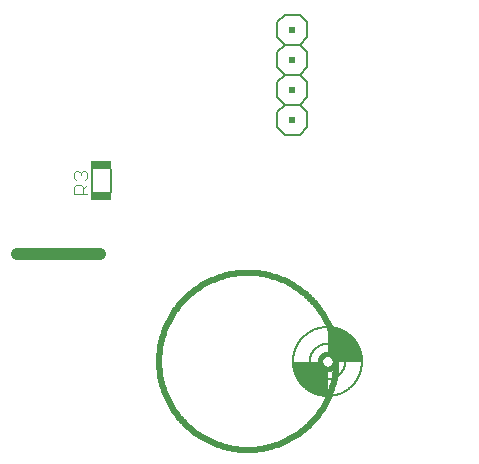
<source format=gbr>
G04 EAGLE Gerber RS-274X export*
G75*
%MOMM*%
%FSLAX34Y34*%
%LPD*%
%INSilkscreen Top*%
%IPPOS*%
%AMOC8*
5,1,8,0,0,1.08239X$1,22.5*%
G01*
%ADD10C,1.016000*%
%ADD11C,0.508000*%
%ADD12R,0.236700X0.118381*%
%ADD13R,0.828700X0.118381*%
%ADD14R,0.236800X0.118381*%
%ADD15R,1.065400X0.118381*%
%ADD16R,0.828600X0.118381*%
%ADD17R,1.065500X0.118381*%
%ADD18R,0.591900X0.118381*%
%ADD19R,0.118400X0.118381*%
%ADD20R,0.236700X0.118375*%
%ADD21R,0.236800X0.118375*%
%ADD22R,0.947000X0.118381*%
%ADD23R,0.118300X0.118381*%
%ADD24R,0.473600X0.118381*%
%ADD25R,0.710200X0.118381*%
%ADD26R,0.710300X0.118381*%
%ADD27R,0.355200X0.118375*%
%ADD28R,0.118400X0.118375*%
%ADD29R,0.947100X0.118375*%
%ADD30R,0.355100X0.118375*%
%ADD31R,0.947000X0.118375*%
%ADD32R,0.118300X0.118375*%
%ADD33R,1.183800X0.118375*%
%ADD34R,0.592000X0.118375*%
%ADD35R,0.828600X0.118375*%
%ADD36R,0.355100X0.118381*%
%ADD37R,0.355200X0.118381*%
%ADD38R,1.183800X0.118381*%
%ADD39R,0.591800X0.118381*%
%ADD40R,0.828700X0.118375*%
%ADD41R,0.473500X0.118375*%
%ADD42R,0.591900X0.118375*%
%ADD43R,0.710300X0.118375*%
%ADD44R,0.591800X0.118375*%
%ADD45R,1.065400X0.118375*%
%ADD46R,0.473600X0.118375*%
%ADD47R,1.302200X0.118375*%
%ADD48R,1.420600X0.118381*%
%ADD49R,0.473500X0.118381*%
%ADD50R,1.302200X0.118381*%
%ADD51R,1.657300X0.118381*%
%ADD52R,1.538900X0.118381*%
%ADD53R,2.367700X0.118381*%
%ADD54R,1.420500X0.118381*%
%ADD55R,2.367700X0.118375*%
%ADD56R,0.947100X0.118381*%
%ADD57R,2.604300X0.118375*%
%ADD58R,2.604300X0.118381*%
%ADD59R,1.657300X0.118375*%
%ADD60R,1.538900X0.118375*%
%ADD61R,0.710200X0.118375*%
%ADD62R,1.065500X0.118375*%
%ADD63R,9.944000X0.118375*%
%ADD64R,10.299100X0.118381*%
%ADD65R,10.654200X0.118381*%
%ADD66R,1.183900X0.118375*%
%ADD67R,1.183900X0.118381*%
%ADD68R,10.535800X0.118375*%
%ADD69R,9.707200X0.118375*%
%ADD70C,0.050800*%
%ADD71C,0.228600*%
%ADD72C,0.457200*%
%ADD73C,0.152400*%
%ADD74C,0.203200*%
%ADD75R,0.508000X0.508000*%
%ADD76R,1.752600X0.736600*%
%ADD77C,0.101600*%


D10*
X170000Y176000D02*
X240000Y176000D01*
D11*
X290000Y85000D02*
X290023Y86841D01*
X290090Y88680D01*
X290203Y90517D01*
X290361Y92351D01*
X290564Y94181D01*
X290812Y96005D01*
X291104Y97822D01*
X291441Y99632D01*
X291822Y101433D01*
X292248Y103224D01*
X292717Y105003D01*
X293229Y106771D01*
X293785Y108526D01*
X294384Y110267D01*
X295026Y111992D01*
X295709Y113701D01*
X296434Y115393D01*
X297201Y117067D01*
X298008Y118721D01*
X298856Y120355D01*
X299743Y121967D01*
X300670Y123558D01*
X301636Y125125D01*
X302640Y126668D01*
X303681Y128186D01*
X304759Y129677D01*
X305874Y131142D01*
X307024Y132579D01*
X308209Y133988D01*
X309429Y135367D01*
X310681Y136716D01*
X311967Y138033D01*
X313284Y139319D01*
X314633Y140571D01*
X316012Y141791D01*
X317421Y142976D01*
X318858Y144126D01*
X320323Y145241D01*
X321814Y146319D01*
X323332Y147360D01*
X324875Y148364D01*
X326442Y149330D01*
X328033Y150257D01*
X329645Y151144D01*
X331279Y151992D01*
X332933Y152799D01*
X334607Y153566D01*
X336299Y154291D01*
X338008Y154974D01*
X339733Y155616D01*
X341474Y156215D01*
X343229Y156771D01*
X344997Y157283D01*
X346776Y157752D01*
X348567Y158178D01*
X350368Y158559D01*
X352178Y158896D01*
X353995Y159188D01*
X355819Y159436D01*
X357649Y159639D01*
X359483Y159797D01*
X361320Y159910D01*
X363159Y159977D01*
X365000Y160000D01*
X366841Y159977D01*
X368680Y159910D01*
X370517Y159797D01*
X372351Y159639D01*
X374181Y159436D01*
X376005Y159188D01*
X377822Y158896D01*
X379632Y158559D01*
X381433Y158178D01*
X383224Y157752D01*
X385003Y157283D01*
X386771Y156771D01*
X388526Y156215D01*
X390267Y155616D01*
X391992Y154974D01*
X393701Y154291D01*
X395393Y153566D01*
X397067Y152799D01*
X398721Y151992D01*
X400355Y151144D01*
X401967Y150257D01*
X403558Y149330D01*
X405125Y148364D01*
X406668Y147360D01*
X408186Y146319D01*
X409677Y145241D01*
X411142Y144126D01*
X412579Y142976D01*
X413988Y141791D01*
X415367Y140571D01*
X416716Y139319D01*
X418033Y138033D01*
X419319Y136716D01*
X420571Y135367D01*
X421791Y133988D01*
X422976Y132579D01*
X424126Y131142D01*
X425241Y129677D01*
X426319Y128186D01*
X427360Y126668D01*
X428364Y125125D01*
X429330Y123558D01*
X430257Y121967D01*
X431144Y120355D01*
X431992Y118721D01*
X432799Y117067D01*
X433566Y115393D01*
X434291Y113701D01*
X434974Y111992D01*
X435616Y110267D01*
X436215Y108526D01*
X436771Y106771D01*
X437283Y105003D01*
X437752Y103224D01*
X438178Y101433D01*
X438559Y99632D01*
X438896Y97822D01*
X439188Y96005D01*
X439436Y94181D01*
X439639Y92351D01*
X439797Y90517D01*
X439910Y88680D01*
X439977Y86841D01*
X440000Y85000D01*
X439977Y83159D01*
X439910Y81320D01*
X439797Y79483D01*
X439639Y77649D01*
X439436Y75819D01*
X439188Y73995D01*
X438896Y72178D01*
X438559Y70368D01*
X438178Y68567D01*
X437752Y66776D01*
X437283Y64997D01*
X436771Y63229D01*
X436215Y61474D01*
X435616Y59733D01*
X434974Y58008D01*
X434291Y56299D01*
X433566Y54607D01*
X432799Y52933D01*
X431992Y51279D01*
X431144Y49645D01*
X430257Y48033D01*
X429330Y46442D01*
X428364Y44875D01*
X427360Y43332D01*
X426319Y41814D01*
X425241Y40323D01*
X424126Y38858D01*
X422976Y37421D01*
X421791Y36012D01*
X420571Y34633D01*
X419319Y33284D01*
X418033Y31967D01*
X416716Y30681D01*
X415367Y29429D01*
X413988Y28209D01*
X412579Y27024D01*
X411142Y25874D01*
X409677Y24759D01*
X408186Y23681D01*
X406668Y22640D01*
X405125Y21636D01*
X403558Y20670D01*
X401967Y19743D01*
X400355Y18856D01*
X398721Y18008D01*
X397067Y17201D01*
X395393Y16434D01*
X393701Y15709D01*
X391992Y15026D01*
X390267Y14384D01*
X388526Y13785D01*
X386771Y13229D01*
X385003Y12717D01*
X383224Y12248D01*
X381433Y11822D01*
X379632Y11441D01*
X377822Y11104D01*
X376005Y10812D01*
X374181Y10564D01*
X372351Y10361D01*
X370517Y10203D01*
X368680Y10090D01*
X366841Y10023D01*
X365000Y10000D01*
X363159Y10023D01*
X361320Y10090D01*
X359483Y10203D01*
X357649Y10361D01*
X355819Y10564D01*
X353995Y10812D01*
X352178Y11104D01*
X350368Y11441D01*
X348567Y11822D01*
X346776Y12248D01*
X344997Y12717D01*
X343229Y13229D01*
X341474Y13785D01*
X339733Y14384D01*
X338008Y15026D01*
X336299Y15709D01*
X334607Y16434D01*
X332933Y17201D01*
X331279Y18008D01*
X329645Y18856D01*
X328033Y19743D01*
X326442Y20670D01*
X324875Y21636D01*
X323332Y22640D01*
X321814Y23681D01*
X320323Y24759D01*
X318858Y25874D01*
X317421Y27024D01*
X316012Y28209D01*
X314633Y29429D01*
X313284Y30681D01*
X311967Y31967D01*
X310681Y33284D01*
X309429Y34633D01*
X308209Y36012D01*
X307024Y37421D01*
X305874Y38858D01*
X304759Y40323D01*
X303681Y41814D01*
X302640Y43332D01*
X301636Y44875D01*
X300670Y46442D01*
X299743Y48033D01*
X298856Y49645D01*
X298008Y51279D01*
X297201Y52933D01*
X296434Y54607D01*
X295709Y56299D01*
X295026Y58008D01*
X294384Y59733D01*
X293785Y61474D01*
X293229Y63229D01*
X292717Y64997D01*
X292248Y66776D01*
X291822Y68567D01*
X291441Y70368D01*
X291104Y72178D01*
X290812Y73995D01*
X290564Y75819D01*
X290361Y77649D01*
X290203Y79483D01*
X290090Y81320D01*
X290023Y83159D01*
X290000Y85000D01*
D12*
X196978Y9470D03*
D13*
X207040Y9470D03*
D14*
X217103Y9470D03*
D15*
X231900Y9470D03*
D16*
X246106Y9470D03*
D17*
X260311Y9470D03*
D13*
X274517Y9470D03*
D18*
X497071Y9470D03*
D12*
X196978Y10654D03*
D17*
X207040Y10654D03*
D19*
X217695Y10654D03*
D15*
X231900Y10654D03*
X246106Y10654D03*
D17*
X260311Y10654D03*
D15*
X274517Y10654D03*
D18*
X498255Y10654D03*
D20*
X196978Y11838D03*
X201713Y11838D03*
D21*
X212368Y11838D03*
D20*
X218286Y11838D03*
D21*
X227757Y11838D03*
X240779Y11838D03*
X251433Y11838D03*
X256168Y11838D03*
X269190Y11838D03*
D20*
X279844Y11838D03*
D21*
X500031Y11838D03*
D12*
X196978Y13022D03*
D18*
X203489Y13022D03*
D14*
X212368Y13022D03*
D12*
X219470Y13022D03*
D19*
X227165Y13022D03*
D18*
X242554Y13022D03*
D14*
X251433Y13022D03*
D19*
X255576Y13022D03*
D18*
X270965Y13022D03*
D12*
X279844Y13022D03*
D22*
X447944Y13022D03*
D23*
X456822Y13022D03*
D15*
X466293Y13022D03*
D23*
X474579Y13022D03*
D12*
X478722Y13022D03*
D14*
X488193Y13022D03*
D24*
X495296Y13022D03*
D14*
X500031Y13022D03*
D13*
X508909Y13022D03*
D25*
X518972Y13022D03*
D26*
X530809Y13022D03*
D25*
X542648Y13022D03*
D20*
X196978Y14206D03*
X201713Y14206D03*
D27*
X205857Y14206D03*
D21*
X212368Y14206D03*
D28*
X220062Y14206D03*
D29*
X231308Y14206D03*
D28*
X240187Y14206D03*
D30*
X244922Y14206D03*
D21*
X251433Y14206D03*
D29*
X259719Y14206D03*
D28*
X268598Y14206D03*
D30*
X273333Y14206D03*
D20*
X279844Y14206D03*
D31*
X449128Y14206D03*
D32*
X456822Y14206D03*
D33*
X465701Y14206D03*
D32*
X474579Y14206D03*
D20*
X478722Y14206D03*
D21*
X488193Y14206D03*
D34*
X494704Y14206D03*
D21*
X500031Y14206D03*
D29*
X508317Y14206D03*
D35*
X519564Y14206D03*
D31*
X530810Y14206D03*
X542648Y14206D03*
D12*
X196978Y15389D03*
X201713Y15389D03*
D36*
X208224Y15389D03*
D14*
X212368Y15389D03*
X220654Y15389D03*
D13*
X231900Y15389D03*
D14*
X240779Y15389D03*
D36*
X247289Y15389D03*
D14*
X251433Y15389D03*
D13*
X260311Y15389D03*
D14*
X269190Y15389D03*
D37*
X275701Y15389D03*
D12*
X279844Y15389D03*
D19*
X453271Y15389D03*
D14*
X460966Y15389D03*
X470436Y15389D03*
D38*
X483458Y15389D03*
D14*
X492928Y15389D03*
X500031Y15389D03*
X504766Y15389D03*
X511869Y15389D03*
D12*
X515420Y15389D03*
D14*
X523707Y15389D03*
D12*
X527258Y15389D03*
X534361Y15389D03*
D19*
X538505Y15389D03*
D14*
X546199Y15389D03*
D12*
X196978Y16573D03*
X201713Y16573D03*
D18*
X210592Y16573D03*
D14*
X221838Y16573D03*
D12*
X236043Y16573D03*
D14*
X240779Y16573D03*
D18*
X249657Y16573D03*
D14*
X264455Y16573D03*
X269190Y16573D03*
D18*
X278068Y16573D03*
D19*
X453271Y16573D03*
D14*
X460966Y16573D03*
X470436Y16573D03*
D38*
X483458Y16573D03*
D14*
X492928Y16573D03*
X500031Y16573D03*
X504766Y16573D03*
X511869Y16573D03*
D39*
X518380Y16573D03*
D19*
X523115Y16573D03*
D12*
X527258Y16573D03*
X534361Y16573D03*
D19*
X538505Y16573D03*
D14*
X546199Y16573D03*
D20*
X196978Y17757D03*
X201713Y17757D03*
D27*
X211776Y17757D03*
D21*
X221838Y17757D03*
D20*
X236043Y17757D03*
D21*
X240779Y17757D03*
D27*
X250841Y17757D03*
D21*
X264455Y17757D03*
X269190Y17757D03*
D30*
X279252Y17757D03*
D28*
X453271Y17757D03*
D21*
X460966Y17757D03*
D40*
X467476Y17757D03*
D20*
X478722Y17757D03*
D21*
X488193Y17757D03*
D28*
X492336Y17757D03*
D21*
X500031Y17757D03*
D28*
X504174Y17757D03*
D21*
X511869Y17757D03*
D41*
X518971Y17757D03*
D28*
X523115Y17757D03*
D20*
X527258Y17757D03*
X534361Y17757D03*
X539096Y17757D03*
D21*
X546199Y17757D03*
D36*
X196386Y18941D03*
D17*
X207040Y18941D03*
D14*
X223022Y18941D03*
D13*
X231900Y18941D03*
D15*
X246106Y18941D03*
D13*
X260311Y18941D03*
D15*
X274517Y18941D03*
D19*
X453271Y18941D03*
D14*
X460966Y18941D03*
D26*
X466884Y18941D03*
D12*
X478722Y18941D03*
D14*
X488193Y18941D03*
X492928Y18941D03*
X500031Y18941D03*
X504766Y18941D03*
X511869Y18941D03*
X523707Y18941D03*
D12*
X527258Y18941D03*
X534361Y18941D03*
X539096Y18941D03*
D14*
X546199Y18941D03*
D30*
X196386Y20125D03*
D42*
X207040Y20125D03*
D28*
X223614Y20125D03*
D43*
X231308Y20125D03*
D44*
X246106Y20125D03*
D43*
X259719Y20125D03*
D42*
X274517Y20125D03*
D28*
X453271Y20125D03*
D21*
X460966Y20125D03*
D20*
X478722Y20125D03*
D21*
X488193Y20125D03*
D40*
X495887Y20125D03*
D21*
X504766Y20125D03*
X511869Y20125D03*
D43*
X520155Y20125D03*
D31*
X530810Y20125D03*
D35*
X542056Y20125D03*
D19*
X453271Y21308D03*
D14*
X460966Y21308D03*
D12*
X479906Y21308D03*
D14*
X488193Y21308D03*
D12*
X534361Y21308D03*
D19*
X453271Y22492D03*
D38*
X465701Y22492D03*
D15*
X484050Y22492D03*
D12*
X534361Y22492D03*
D28*
X453271Y23676D03*
D45*
X466293Y23676D03*
D43*
X484641Y23676D03*
D20*
X534361Y23676D03*
D19*
X534953Y24860D03*
D42*
X461557Y29595D03*
D18*
X462741Y30779D03*
D21*
X464517Y31963D03*
D26*
X449127Y33146D03*
D13*
X461557Y33146D03*
D22*
X449128Y34330D03*
D18*
X459190Y34330D03*
D14*
X464517Y34330D03*
D20*
X445576Y35514D03*
D21*
X452679Y35514D03*
D20*
X457414Y35514D03*
D21*
X464517Y35514D03*
D23*
X444984Y36698D03*
D14*
X452679Y36698D03*
D12*
X457414Y36698D03*
D14*
X464517Y36698D03*
D32*
X444984Y37882D03*
D21*
X452679Y37882D03*
D32*
X456822Y37882D03*
D21*
X464517Y37882D03*
D12*
X445576Y39065D03*
D14*
X452679Y39065D03*
D23*
X456822Y39065D03*
D14*
X464517Y39065D03*
D22*
X449128Y40249D03*
D12*
X457414Y40249D03*
D14*
X464517Y40249D03*
D20*
X445576Y41433D03*
D23*
X444984Y42617D03*
D20*
X445576Y43801D03*
D23*
X444984Y44984D03*
D27*
X388162Y174019D03*
D43*
X405327Y174019D03*
X414797Y174019D03*
D24*
X387570Y175202D03*
D26*
X405327Y175202D03*
X414797Y175202D03*
D24*
X387570Y176386D03*
D26*
X405327Y176386D03*
X414797Y176386D03*
D46*
X387570Y177570D03*
D43*
X405327Y177570D03*
X414797Y177570D03*
D47*
X436698Y177570D03*
D30*
X449719Y177570D03*
D20*
X457414Y177570D03*
X463333Y177570D03*
D29*
X473987Y177570D03*
D30*
X484049Y177570D03*
D20*
X498847Y177570D03*
D30*
X508909Y177570D03*
D40*
X531401Y177570D03*
D20*
X545015Y177570D03*
D24*
X387570Y178754D03*
D26*
X405327Y178754D03*
X414797Y178754D03*
D48*
X437290Y178754D03*
D12*
X449127Y178754D03*
X457414Y178754D03*
D36*
X463925Y178754D03*
D38*
X473987Y178754D03*
D14*
X483458Y178754D03*
D12*
X498847Y178754D03*
D36*
X508909Y178754D03*
D15*
X531402Y178754D03*
D12*
X545015Y178754D03*
D46*
X387570Y179938D03*
D43*
X405327Y179938D03*
X414797Y179938D03*
D30*
X443800Y179938D03*
X449719Y179938D03*
D20*
X457414Y179938D03*
X463333Y179938D03*
D21*
X469252Y179938D03*
D20*
X478722Y179938D03*
D30*
X484049Y179938D03*
D20*
X498847Y179938D03*
D30*
X508909Y179938D03*
X526666Y179938D03*
D27*
X536137Y179938D03*
D20*
X545015Y179938D03*
D24*
X387570Y181121D03*
D26*
X405327Y181121D03*
X414797Y181121D03*
D12*
X444392Y181121D03*
D36*
X449719Y181121D03*
D12*
X457414Y181121D03*
X463333Y181121D03*
D14*
X469252Y181121D03*
D12*
X478722Y181121D03*
D14*
X483458Y181121D03*
D12*
X498847Y181121D03*
D36*
X508909Y181121D03*
D26*
X515420Y181121D03*
D12*
X526074Y181121D03*
D14*
X536729Y181121D03*
D12*
X545015Y181121D03*
D24*
X387570Y182305D03*
D19*
X395265Y182305D03*
D26*
X405327Y182305D03*
X414797Y182305D03*
D12*
X444392Y182305D03*
X449127Y182305D03*
X457414Y182305D03*
D36*
X463925Y182305D03*
D13*
X472211Y182305D03*
D36*
X479314Y182305D03*
D14*
X483458Y182305D03*
D12*
X498847Y182305D03*
D36*
X508909Y182305D03*
D22*
X516604Y182305D03*
D12*
X526074Y182305D03*
D14*
X536729Y182305D03*
D12*
X545015Y182305D03*
D46*
X387570Y183489D03*
D30*
X395264Y183489D03*
D43*
X405327Y183489D03*
X414797Y183489D03*
D33*
X439657Y183489D03*
D30*
X449719Y183489D03*
D20*
X457414Y183489D03*
X463333Y183489D03*
D40*
X472211Y183489D03*
D20*
X478722Y183489D03*
D30*
X484049Y183489D03*
D20*
X498847Y183489D03*
D30*
X508909Y183489D03*
D45*
X517196Y183489D03*
D20*
X526074Y183489D03*
D21*
X536729Y183489D03*
D20*
X545015Y183489D03*
D24*
X387570Y184673D03*
D49*
X395856Y184673D03*
D26*
X405327Y184673D03*
X414797Y184673D03*
D50*
X437882Y184673D03*
D36*
X449719Y184673D03*
D12*
X457414Y184673D03*
D36*
X463925Y184673D03*
D18*
X473395Y184673D03*
D36*
X479314Y184673D03*
X484049Y184673D03*
D12*
X498847Y184673D03*
D36*
X508909Y184673D03*
X521931Y184673D03*
D12*
X526074Y184673D03*
D14*
X536729Y184673D03*
D12*
X545015Y184673D03*
D46*
X387570Y185857D03*
D42*
X395264Y185857D03*
D43*
X405327Y185857D03*
D33*
X417165Y185857D03*
D47*
X436698Y185857D03*
D30*
X449719Y185857D03*
X456822Y185857D03*
X463925Y185857D03*
D20*
X478722Y185857D03*
D30*
X484049Y185857D03*
D20*
X498847Y185857D03*
D30*
X508909Y185857D03*
X521931Y185857D03*
X526666Y185857D03*
D27*
X536137Y185857D03*
D20*
X545015Y185857D03*
D24*
X387570Y187040D03*
D26*
X395856Y187040D03*
X405327Y187040D03*
D38*
X417165Y187040D03*
D12*
X431370Y187040D03*
D51*
X456230Y187040D03*
D22*
X475171Y187040D03*
X488193Y187040D03*
D15*
X499439Y187040D03*
D36*
X508909Y187040D03*
X521931Y187040D03*
D15*
X531402Y187040D03*
D17*
X545607Y187040D03*
D24*
X387570Y188224D03*
D16*
X395265Y188224D03*
D26*
X405327Y188224D03*
D38*
X417165Y188224D03*
D12*
X431370Y188224D03*
D52*
X455638Y188224D03*
D13*
X474579Y188224D03*
D16*
X488785Y188224D03*
D15*
X499439Y188224D03*
D36*
X508909Y188224D03*
X521931Y188224D03*
D13*
X531401Y188224D03*
D17*
X545607Y188224D03*
D46*
X387570Y189408D03*
D31*
X395857Y189408D03*
D43*
X405327Y189408D03*
D40*
X415389Y189408D03*
D30*
X431962Y189408D03*
D20*
X498847Y189408D03*
D30*
X508909Y189408D03*
D20*
X521339Y189408D03*
X545015Y189408D03*
D53*
X397040Y190592D03*
D26*
X414797Y190592D03*
D50*
X437882Y190592D03*
D12*
X498847Y190592D03*
D54*
X515420Y190592D03*
D12*
X545015Y190592D03*
D55*
X397040Y191776D03*
D43*
X414797Y191776D03*
D47*
X437882Y191776D03*
D20*
X498847Y191776D03*
D33*
X515420Y191776D03*
D20*
X545015Y191776D03*
D38*
X391121Y192959D03*
D17*
X403551Y192959D03*
D13*
X415389Y192959D03*
D17*
X390529Y194143D03*
D56*
X404143Y194143D03*
D38*
X417165Y194143D03*
D29*
X389937Y195327D03*
D43*
X404143Y195327D03*
D45*
X417757Y195327D03*
D56*
X389937Y196511D03*
D26*
X404143Y196511D03*
D22*
X418349Y196511D03*
D40*
X389345Y197695D03*
D28*
X397632Y197695D03*
D41*
X404143Y197695D03*
D28*
X410654Y197695D03*
D31*
X418349Y197695D03*
D13*
X389345Y198878D03*
D36*
X397632Y198878D03*
X403551Y198878D03*
X410654Y198878D03*
D13*
X418940Y198878D03*
D18*
X389345Y200062D03*
D36*
X397632Y200062D03*
D14*
X404143Y200062D03*
D49*
X410062Y200062D03*
D13*
X418940Y200062D03*
D42*
X397632Y201246D03*
X410654Y201246D03*
D26*
X398224Y202430D03*
X410062Y202430D03*
D40*
X397632Y203614D03*
D35*
X410654Y203614D03*
D15*
X397632Y204797D03*
D22*
X410062Y204797D03*
D36*
X431962Y204797D03*
D12*
X444392Y204797D03*
D36*
X450903Y204797D03*
D14*
X458598Y204797D03*
D37*
X465109Y204797D03*
D22*
X476355Y204797D03*
D36*
X486417Y204797D03*
D26*
X496479Y204797D03*
D14*
X505950Y204797D03*
D12*
X516604Y204797D03*
D14*
X524891Y204797D03*
D15*
X397632Y205981D03*
D38*
X410062Y205981D03*
D36*
X431962Y205981D03*
X444984Y205981D03*
X450903Y205981D03*
D14*
X458598Y205981D03*
D37*
X465109Y205981D03*
D38*
X476355Y205981D03*
D12*
X485825Y205981D03*
D13*
X495887Y205981D03*
D37*
X506542Y205981D03*
D12*
X516604Y205981D03*
D14*
X524891Y205981D03*
D57*
X404143Y207165D03*
D30*
X431962Y207165D03*
D20*
X444392Y207165D03*
D30*
X450903Y207165D03*
D21*
X458598Y207165D03*
X464517Y207165D03*
D27*
X471028Y207165D03*
D30*
X480498Y207165D03*
X486417Y207165D03*
X492336Y207165D03*
D21*
X505950Y207165D03*
D20*
X516604Y207165D03*
D21*
X524891Y207165D03*
D58*
X404143Y208349D03*
D51*
X438473Y208349D03*
D12*
X450311Y208349D03*
D14*
X458598Y208349D03*
D37*
X465109Y208349D03*
D14*
X470436Y208349D03*
X481090Y208349D03*
D12*
X485825Y208349D03*
X491744Y208349D03*
D49*
X497663Y208349D03*
D37*
X506542Y208349D03*
D12*
X516604Y208349D03*
D14*
X524891Y208349D03*
D31*
X394673Y209533D03*
D45*
X405919Y209533D03*
D41*
X415981Y209533D03*
D59*
X438473Y209533D03*
D30*
X450903Y209533D03*
D21*
X458598Y209533D03*
X464517Y209533D03*
X470436Y209533D03*
X481090Y209533D03*
D30*
X486417Y209533D03*
D20*
X491744Y209533D03*
D40*
X498255Y209533D03*
D27*
X506542Y209533D03*
D20*
X516604Y209533D03*
D21*
X524891Y209533D03*
D16*
X394081Y210716D03*
X405919Y210716D03*
D49*
X415981Y210716D03*
D51*
X438473Y210716D03*
D12*
X450311Y210716D03*
D14*
X458598Y210716D03*
D37*
X465109Y210716D03*
D14*
X470436Y210716D03*
X481090Y210716D03*
D36*
X486417Y210716D03*
D12*
X491744Y210716D03*
D16*
X499439Y210716D03*
D14*
X505950Y210716D03*
D12*
X516604Y210716D03*
D14*
X524891Y210716D03*
D22*
X393489Y211900D03*
D16*
X405919Y211900D03*
D24*
X417165Y211900D03*
D36*
X431962Y211900D03*
X444984Y211900D03*
D12*
X450311Y211900D03*
D14*
X458598Y211900D03*
X464517Y211900D03*
D37*
X471028Y211900D03*
D14*
X481090Y211900D03*
D36*
X486417Y211900D03*
D12*
X491744Y211900D03*
X502398Y211900D03*
D14*
X505950Y211900D03*
D12*
X516604Y211900D03*
D14*
X524891Y211900D03*
D35*
X392897Y213084D03*
D34*
X405919Y213084D03*
D46*
X417165Y213084D03*
D30*
X431962Y213084D03*
X444984Y213084D03*
X450903Y213084D03*
X458006Y213084D03*
D21*
X464517Y213084D03*
D27*
X471028Y213084D03*
D30*
X480498Y213084D03*
D20*
X485825Y213084D03*
D30*
X492336Y213084D03*
X501806Y213084D03*
D27*
X506542Y213084D03*
D30*
X516012Y213084D03*
D21*
X524891Y213084D03*
D13*
X391713Y214268D03*
D37*
X405919Y214268D03*
D49*
X418348Y214268D03*
D36*
X431962Y214268D03*
X444984Y214268D03*
D51*
X457414Y214268D03*
D14*
X470436Y214268D03*
D16*
X478131Y214268D03*
D36*
X486417Y214268D03*
D38*
X497663Y214268D03*
X510685Y214268D03*
D15*
X525483Y214268D03*
D29*
X391121Y215452D03*
D27*
X405919Y215452D03*
D41*
X419532Y215452D03*
D20*
X432554Y215452D03*
D30*
X444984Y215452D03*
D60*
X456822Y215452D03*
D21*
X470436Y215452D03*
D61*
X477539Y215452D03*
D20*
X485825Y215452D03*
D29*
X496479Y215452D03*
D62*
X510093Y215452D03*
D45*
X525483Y215452D03*
D13*
X390529Y216635D03*
D19*
X405919Y216635D03*
D49*
X419532Y216635D03*
X433738Y216635D03*
D12*
X444392Y216635D03*
D37*
X471028Y216635D03*
D14*
X524891Y216635D03*
D56*
X389937Y217819D03*
D49*
X420716Y217819D03*
D48*
X439657Y217819D03*
D14*
X470436Y217819D03*
X524891Y217819D03*
D40*
X389345Y219003D03*
D41*
X420716Y219003D03*
D45*
X440249Y219003D03*
D27*
X471028Y219003D03*
D20*
X485825Y219003D03*
D21*
X524891Y219003D03*
D22*
X388754Y220187D03*
D49*
X421900Y220187D03*
D14*
X470436Y220187D03*
D36*
X486417Y220187D03*
D63*
X446760Y227290D03*
D64*
X446168Y228473D03*
D65*
X446760Y229657D03*
D41*
X394672Y230841D03*
X497663Y230841D03*
D49*
X393489Y232025D03*
X498847Y232025D03*
D30*
X392897Y233209D03*
D41*
X500031Y233209D03*
D49*
X392305Y234392D03*
D37*
X500623Y234392D03*
D36*
X391713Y235576D03*
D37*
X500623Y235576D03*
D30*
X391713Y236760D03*
D27*
X500623Y236760D03*
D36*
X391713Y237944D03*
D37*
X500623Y237944D03*
D30*
X391713Y239128D03*
D27*
X500623Y239128D03*
D36*
X391713Y240311D03*
D37*
X500623Y240311D03*
D36*
X391713Y241495D03*
D37*
X500623Y241495D03*
D30*
X391713Y242679D03*
D27*
X500623Y242679D03*
D36*
X391713Y243863D03*
D37*
X500623Y243863D03*
D30*
X391713Y245047D03*
D27*
X500623Y245047D03*
D36*
X391713Y246230D03*
D37*
X500623Y246230D03*
D36*
X391713Y247414D03*
D37*
X500623Y247414D03*
D30*
X391713Y248598D03*
D33*
X405327Y248598D03*
D20*
X414797Y248598D03*
D28*
X421308Y248598D03*
D32*
X427227Y248598D03*
D45*
X436698Y248598D03*
D33*
X455047Y248598D03*
D40*
X467476Y248598D03*
D31*
X482274Y248598D03*
D27*
X500623Y248598D03*
D36*
X391713Y249782D03*
D38*
X406511Y249782D03*
D14*
X415981Y249782D03*
D36*
X421308Y249782D03*
D12*
X427819Y249782D03*
D15*
X436698Y249782D03*
D38*
X455047Y249782D03*
D17*
X468660Y249782D03*
D15*
X482866Y249782D03*
D37*
X500623Y249782D03*
D30*
X391713Y250966D03*
D20*
X401775Y250966D03*
D21*
X412430Y250966D03*
X415981Y250966D03*
D41*
X421900Y250966D03*
D20*
X427819Y250966D03*
X432554Y250966D03*
D21*
X451495Y250966D03*
X464517Y250966D03*
X472804Y250966D03*
D30*
X478130Y250966D03*
D21*
X488193Y250966D03*
D27*
X500623Y250966D03*
D36*
X391713Y252149D03*
D12*
X401775Y252149D03*
D14*
X412430Y252149D03*
X415981Y252149D03*
D12*
X420716Y252149D03*
D14*
X424268Y252149D03*
X429003Y252149D03*
D12*
X432554Y252149D03*
D14*
X451495Y252149D03*
X464517Y252149D03*
D12*
X473987Y252149D03*
D14*
X477539Y252149D03*
X481090Y252149D03*
X489377Y252149D03*
D37*
X500623Y252149D03*
D36*
X391713Y253333D03*
D38*
X407695Y253333D03*
D14*
X417165Y253333D03*
D12*
X420716Y253333D03*
D14*
X425452Y253333D03*
X429003Y253333D03*
D56*
X437289Y253333D03*
D13*
X455638Y253333D03*
D15*
X469844Y253333D03*
D14*
X477539Y253333D03*
D37*
X482866Y253333D03*
D12*
X490560Y253333D03*
D37*
X500623Y253333D03*
D30*
X391713Y254517D03*
D20*
X402959Y254517D03*
D43*
X408878Y254517D03*
D42*
X418940Y254517D03*
D41*
X427819Y254517D03*
D21*
X433738Y254517D03*
D43*
X439657Y254517D03*
D29*
X457414Y254517D03*
D40*
X469844Y254517D03*
D20*
X478722Y254517D03*
D30*
X485233Y254517D03*
D20*
X490560Y254517D03*
D27*
X500623Y254517D03*
D36*
X391713Y255701D03*
D12*
X402959Y255701D03*
D37*
X411838Y255701D03*
D49*
X418348Y255701D03*
D36*
X428411Y255701D03*
D14*
X433738Y255701D03*
D12*
X462149Y255701D03*
X466884Y255701D03*
X473987Y255701D03*
X478722Y255701D03*
D36*
X486417Y255701D03*
D12*
X490560Y255701D03*
D37*
X500623Y255701D03*
D30*
X391713Y256885D03*
D21*
X404143Y256885D03*
X412430Y256885D03*
D30*
X418940Y256885D03*
D27*
X429595Y256885D03*
D21*
X434922Y256885D03*
D20*
X462149Y256885D03*
X466884Y256885D03*
X473987Y256885D03*
X479906Y256885D03*
D41*
X489376Y256885D03*
D27*
X500623Y256885D03*
D36*
X391713Y258068D03*
D14*
X404143Y258068D03*
D36*
X413021Y258068D03*
X418940Y258068D03*
D14*
X430187Y258068D03*
X434922Y258068D03*
D12*
X462149Y258068D03*
X468068Y258068D03*
X473987Y258068D03*
D14*
X481090Y258068D03*
D36*
X489968Y258068D03*
D37*
X500623Y258068D03*
D36*
X391713Y259252D03*
D38*
X408878Y259252D03*
D36*
X418940Y259252D03*
X430778Y259252D03*
D38*
X439657Y259252D03*
D22*
X458598Y259252D03*
D16*
X471028Y259252D03*
D15*
X486417Y259252D03*
D37*
X500623Y259252D03*
D30*
X391713Y260436D03*
D43*
X408878Y260436D03*
D28*
X418941Y260436D03*
D31*
X440841Y260436D03*
D42*
X458006Y260436D03*
D21*
X471620Y260436D03*
D30*
X486417Y260436D03*
D27*
X500623Y260436D03*
D36*
X391713Y261620D03*
D37*
X500623Y261620D03*
D30*
X391713Y262804D03*
D27*
X500623Y262804D03*
D36*
X391713Y263987D03*
D37*
X500623Y263987D03*
D36*
X391713Y265171D03*
D37*
X500623Y265171D03*
D30*
X391713Y266355D03*
D27*
X500623Y266355D03*
D36*
X391713Y267539D03*
D37*
X500623Y267539D03*
D30*
X391713Y268723D03*
D27*
X500623Y268723D03*
D36*
X391713Y269906D03*
D37*
X500623Y269906D03*
D36*
X391713Y271090D03*
D37*
X500623Y271090D03*
D30*
X391713Y272274D03*
D27*
X500623Y272274D03*
D36*
X391713Y273458D03*
D37*
X500623Y273458D03*
D30*
X391713Y274642D03*
D27*
X500623Y274642D03*
D36*
X391713Y275825D03*
D37*
X500623Y275825D03*
D36*
X391713Y277009D03*
D37*
X500623Y277009D03*
D30*
X391713Y278193D03*
D27*
X500623Y278193D03*
D36*
X391713Y279377D03*
D37*
X500623Y279377D03*
D30*
X391713Y280561D03*
D27*
X500623Y280561D03*
D36*
X391713Y281744D03*
D37*
X500623Y281744D03*
D36*
X391713Y282928D03*
D15*
X423676Y282928D03*
D17*
X437881Y282928D03*
D12*
X449127Y282928D03*
D14*
X459782Y282928D03*
D37*
X500623Y282928D03*
D30*
X391713Y284112D03*
D47*
X424860Y284112D03*
D66*
X438473Y284112D03*
D20*
X449127Y284112D03*
D21*
X459782Y284112D03*
D27*
X500623Y284112D03*
D36*
X391713Y285296D03*
D14*
X430187Y285296D03*
X433738Y285296D03*
D36*
X443800Y285296D03*
D12*
X449127Y285296D03*
D14*
X459782Y285296D03*
D37*
X500623Y285296D03*
D30*
X391713Y286480D03*
D21*
X430187Y286480D03*
X433738Y286480D03*
D20*
X444392Y286480D03*
D47*
X454455Y286480D03*
D27*
X500623Y286480D03*
D36*
X391713Y287663D03*
D37*
X429595Y287663D03*
D14*
X433738Y287663D03*
D12*
X444392Y287663D03*
D50*
X454455Y287663D03*
D37*
X500623Y287663D03*
D36*
X391713Y288847D03*
D15*
X424860Y288847D03*
D14*
X433738Y288847D03*
D12*
X444392Y288847D03*
X449127Y288847D03*
D14*
X459782Y288847D03*
D37*
X500623Y288847D03*
D30*
X391713Y290031D03*
D31*
X423084Y290031D03*
D21*
X433738Y290031D03*
D20*
X444392Y290031D03*
X449127Y290031D03*
D21*
X459782Y290031D03*
D27*
X500623Y290031D03*
D36*
X391713Y291215D03*
D12*
X419532Y291215D03*
D14*
X433738Y291215D03*
D12*
X444392Y291215D03*
X449127Y291215D03*
D14*
X459782Y291215D03*
D37*
X500623Y291215D03*
D30*
X391713Y292399D03*
D20*
X419532Y292399D03*
D21*
X433738Y292399D03*
D20*
X444392Y292399D03*
X450311Y292399D03*
D21*
X459782Y292399D03*
D27*
X500623Y292399D03*
D36*
X391713Y293582D03*
D38*
X424268Y293582D03*
D67*
X438473Y293582D03*
D17*
X455638Y293582D03*
D37*
X500623Y293582D03*
D36*
X391713Y294766D03*
D15*
X424860Y294766D03*
D17*
X437881Y294766D03*
D56*
X456230Y294766D03*
D37*
X500623Y294766D03*
D30*
X391713Y295950D03*
D27*
X500623Y295950D03*
D36*
X391713Y297134D03*
D37*
X500623Y297134D03*
D30*
X391713Y298318D03*
D27*
X500623Y298318D03*
D36*
X391713Y299501D03*
D37*
X500623Y299501D03*
D36*
X391713Y300685D03*
D37*
X500623Y300685D03*
D30*
X391713Y301869D03*
D27*
X500623Y301869D03*
D36*
X391713Y303053D03*
D37*
X500623Y303053D03*
D30*
X391713Y304237D03*
D27*
X500623Y304237D03*
D36*
X391713Y305420D03*
D37*
X500623Y305420D03*
D36*
X391713Y306604D03*
D37*
X500623Y306604D03*
D30*
X391713Y307788D03*
D45*
X423676Y307788D03*
D62*
X439065Y307788D03*
D47*
X453271Y307788D03*
D27*
X500623Y307788D03*
D36*
X391713Y308972D03*
D38*
X424268Y308972D03*
D67*
X438473Y308972D03*
D50*
X453271Y308972D03*
D37*
X500623Y308972D03*
D30*
X391713Y310156D03*
D21*
X430187Y310156D03*
X433738Y310156D03*
X447944Y310156D03*
D27*
X500623Y310156D03*
D36*
X391713Y311339D03*
D14*
X430187Y311339D03*
X433738Y311339D03*
X447944Y311339D03*
D37*
X500623Y311339D03*
D36*
X391713Y312523D03*
D37*
X429595Y312523D03*
D14*
X433738Y312523D03*
X447944Y312523D03*
D37*
X500623Y312523D03*
D30*
X391713Y313707D03*
D45*
X424860Y313707D03*
D21*
X433738Y313707D03*
X447944Y313707D03*
D27*
X500623Y313707D03*
D36*
X391713Y314891D03*
D22*
X423084Y314891D03*
D14*
X433738Y314891D03*
X447944Y314891D03*
D37*
X500623Y314891D03*
D30*
X391713Y316075D03*
D20*
X419532Y316075D03*
D21*
X433738Y316075D03*
X447944Y316075D03*
D27*
X500623Y316075D03*
D36*
X391713Y317258D03*
D12*
X419532Y317258D03*
D14*
X433738Y317258D03*
X447944Y317258D03*
D37*
X500623Y317258D03*
D36*
X391713Y318442D03*
D38*
X424268Y318442D03*
D67*
X438473Y318442D03*
D14*
X447944Y318442D03*
D37*
X500623Y318442D03*
D30*
X391713Y319626D03*
D45*
X424860Y319626D03*
D62*
X439065Y319626D03*
D21*
X447944Y319626D03*
D27*
X500623Y319626D03*
D36*
X391713Y320810D03*
D37*
X500623Y320810D03*
D30*
X391713Y321994D03*
D27*
X500623Y321994D03*
D36*
X391713Y323177D03*
D37*
X500623Y323177D03*
D36*
X391713Y324361D03*
D37*
X500623Y324361D03*
D30*
X391713Y325545D03*
D27*
X500623Y325545D03*
D36*
X391713Y326729D03*
D37*
X500623Y326729D03*
D30*
X391713Y327913D03*
D27*
X500623Y327913D03*
D36*
X391713Y329096D03*
D37*
X500623Y329096D03*
D36*
X391713Y330280D03*
D37*
X500623Y330280D03*
D30*
X391713Y331464D03*
D27*
X500623Y331464D03*
D36*
X391713Y332648D03*
D37*
X500623Y332648D03*
D30*
X391713Y333832D03*
D33*
X425452Y333832D03*
D21*
X434922Y333832D03*
D20*
X445576Y333832D03*
D62*
X455638Y333832D03*
D27*
X500623Y333832D03*
D36*
X391713Y335015D03*
D50*
X424860Y335015D03*
D14*
X434922Y335015D03*
D36*
X444984Y335015D03*
D67*
X456230Y335015D03*
D37*
X500623Y335015D03*
D36*
X391713Y336199D03*
D12*
X419532Y336199D03*
D14*
X430187Y336199D03*
X434922Y336199D03*
D49*
X444392Y336199D03*
D14*
X451495Y336199D03*
D36*
X461557Y336199D03*
D37*
X500623Y336199D03*
D30*
X391713Y337383D03*
D20*
X419532Y337383D03*
D21*
X430187Y337383D03*
X434922Y337383D03*
D41*
X444392Y337383D03*
D21*
X451495Y337383D03*
D20*
X462149Y337383D03*
D27*
X500623Y337383D03*
D36*
X391713Y338567D03*
D12*
X419532Y338567D03*
D14*
X430187Y338567D03*
X434922Y338567D03*
X442025Y338567D03*
D12*
X445576Y338567D03*
D14*
X451495Y338567D03*
D12*
X462149Y338567D03*
D37*
X500623Y338567D03*
D30*
X391713Y339751D03*
D20*
X419532Y339751D03*
D40*
X427227Y339751D03*
D21*
X434922Y339751D03*
X440841Y339751D03*
D20*
X445576Y339751D03*
D21*
X451495Y339751D03*
D20*
X462149Y339751D03*
D27*
X500623Y339751D03*
D36*
X391713Y340934D03*
D12*
X419532Y340934D03*
D26*
X426635Y340934D03*
D14*
X434922Y340934D03*
D12*
X439657Y340934D03*
X445576Y340934D03*
D14*
X451495Y340934D03*
D12*
X462149Y340934D03*
D37*
X500623Y340934D03*
D36*
X391713Y342118D03*
D12*
X419532Y342118D03*
D14*
X434922Y342118D03*
D12*
X438473Y342118D03*
X445576Y342118D03*
D14*
X451495Y342118D03*
D12*
X462149Y342118D03*
D37*
X500623Y342118D03*
D30*
X391713Y343302D03*
D20*
X419532Y343302D03*
D46*
X436106Y343302D03*
D20*
X445576Y343302D03*
D21*
X451495Y343302D03*
D20*
X462149Y343302D03*
D27*
X500623Y343302D03*
D36*
X391713Y344486D03*
D50*
X424860Y344486D03*
D24*
X436106Y344486D03*
D12*
X445576Y344486D03*
D67*
X456230Y344486D03*
D37*
X500623Y344486D03*
D30*
X391713Y345670D03*
D33*
X425452Y345670D03*
D21*
X434922Y345670D03*
D20*
X445576Y345670D03*
D62*
X455638Y345670D03*
D27*
X500623Y345670D03*
D36*
X391713Y346853D03*
D37*
X500623Y346853D03*
D36*
X391713Y348037D03*
D37*
X500623Y348037D03*
D30*
X391713Y349221D03*
D27*
X500623Y349221D03*
D36*
X391713Y350405D03*
D37*
X500623Y350405D03*
D30*
X391713Y351589D03*
D27*
X500623Y351589D03*
D36*
X391713Y352772D03*
D37*
X500623Y352772D03*
D36*
X391713Y353956D03*
D37*
X500623Y353956D03*
D30*
X391713Y355140D03*
D27*
X500623Y355140D03*
D36*
X391713Y356324D03*
D37*
X500623Y356324D03*
D30*
X391713Y357508D03*
D27*
X500623Y357508D03*
D36*
X391713Y358691D03*
D37*
X500623Y358691D03*
D36*
X391713Y359875D03*
D37*
X500623Y359875D03*
D30*
X391713Y361059D03*
D21*
X424268Y361059D03*
D62*
X439065Y361059D03*
D45*
X453271Y361059D03*
D27*
X500623Y361059D03*
D36*
X391713Y362243D03*
D37*
X424860Y362243D03*
D67*
X438473Y362243D03*
D38*
X452679Y362243D03*
D37*
X500623Y362243D03*
D30*
X391713Y363427D03*
D46*
X424268Y363427D03*
D21*
X433738Y363427D03*
X447944Y363427D03*
D27*
X500623Y363427D03*
D36*
X391713Y364610D03*
D18*
X424859Y364610D03*
D14*
X433738Y364610D03*
X447944Y364610D03*
D37*
X500623Y364610D03*
D36*
X391713Y365794D03*
D37*
X422492Y365794D03*
D12*
X426635Y365794D03*
D14*
X433738Y365794D03*
X447944Y365794D03*
D37*
X500623Y365794D03*
D30*
X391713Y366978D03*
D21*
X421900Y366978D03*
D30*
X427227Y366978D03*
D21*
X433738Y366978D03*
X447944Y366978D03*
D27*
X500623Y366978D03*
D36*
X391713Y368162D03*
X421308Y368162D03*
D12*
X427819Y368162D03*
D14*
X433738Y368162D03*
X447944Y368162D03*
D37*
X500623Y368162D03*
D30*
X391713Y369346D03*
D20*
X420716Y369346D03*
D30*
X428411Y369346D03*
D21*
X433738Y369346D03*
X447944Y369346D03*
D27*
X500623Y369346D03*
D36*
X391713Y370529D03*
X420124Y370529D03*
D14*
X429003Y370529D03*
X433738Y370529D03*
X447944Y370529D03*
D37*
X500623Y370529D03*
D36*
X391713Y371713D03*
D12*
X419532Y371713D03*
D14*
X429003Y371713D03*
D67*
X438473Y371713D03*
D38*
X452679Y371713D03*
D37*
X500623Y371713D03*
D30*
X391713Y372897D03*
X418940Y372897D03*
D21*
X430187Y372897D03*
D62*
X439065Y372897D03*
D45*
X453271Y372897D03*
D27*
X500623Y372897D03*
D36*
X392897Y374081D03*
D49*
X500031Y374081D03*
D30*
X392897Y375265D03*
X499439Y375265D03*
D49*
X393489Y376448D03*
X498847Y376448D03*
D26*
X395856Y377632D03*
D18*
X497071Y377632D03*
D68*
X446168Y378816D03*
D64*
X446168Y380000D03*
D69*
X446760Y381184D03*
D70*
X432500Y58330D02*
X432500Y55790D01*
X432500Y111670D02*
X432500Y114210D01*
D71*
X460543Y86142D02*
X439905Y86138D01*
X439906Y86139D02*
X439876Y86318D01*
X439842Y86498D01*
X439803Y86676D01*
X439760Y86853D01*
X439713Y87029D01*
X439661Y87204D01*
X439606Y87378D01*
X439546Y87550D01*
X439482Y87721D01*
X439413Y87890D01*
X439341Y88057D01*
X439264Y88223D01*
X439184Y88387D01*
X439100Y88548D01*
X439011Y88708D01*
X438919Y88865D01*
X438823Y89020D01*
X438723Y89173D01*
X438620Y89323D01*
X438513Y89471D01*
X438402Y89616D01*
X438288Y89758D01*
X438171Y89898D01*
X438050Y90034D01*
X437926Y90168D01*
X437798Y90298D01*
X437668Y90426D01*
X437534Y90550D01*
X437398Y90671D01*
X437258Y90788D01*
X437116Y90902D01*
X436971Y91013D01*
X436823Y91120D01*
X436673Y91223D01*
X436520Y91323D01*
X436365Y91419D01*
X436208Y91511D01*
X436048Y91600D01*
X435887Y91684D01*
X435723Y91764D01*
X435557Y91841D01*
X435390Y91913D01*
X435221Y91982D01*
X435050Y92046D01*
X434878Y92106D01*
X434704Y92161D01*
X434529Y92213D01*
X434353Y92260D01*
X434176Y92303D01*
X433998Y92342D01*
X433818Y92376D01*
X433639Y92406D01*
X433642Y113043D01*
X433643Y113044D01*
X434327Y113007D01*
X435010Y112955D01*
X435692Y112885D01*
X436372Y112799D01*
X437049Y112696D01*
X437724Y112577D01*
X438396Y112441D01*
X439064Y112289D01*
X439728Y112120D01*
X440388Y111936D01*
X441043Y111735D01*
X441693Y111519D01*
X442338Y111286D01*
X442977Y111038D01*
X443609Y110775D01*
X444235Y110496D01*
X444854Y110202D01*
X445466Y109893D01*
X446070Y109569D01*
X446665Y109230D01*
X447253Y108877D01*
X447831Y108510D01*
X448401Y108128D01*
X448961Y107733D01*
X449511Y107325D01*
X450051Y106903D01*
X450580Y106468D01*
X451099Y106020D01*
X451606Y105560D01*
X452103Y105087D01*
X452587Y104603D01*
X453060Y104106D01*
X453520Y103599D01*
X453968Y103080D01*
X454403Y102551D01*
X454825Y102011D01*
X455233Y101461D01*
X455628Y100901D01*
X456010Y100331D01*
X456377Y99753D01*
X456730Y99165D01*
X457069Y98570D01*
X457393Y97966D01*
X457702Y97354D01*
X457996Y96735D01*
X458275Y96109D01*
X458538Y95477D01*
X458786Y94838D01*
X459019Y94193D01*
X459235Y93543D01*
X459436Y92888D01*
X459620Y92228D01*
X459789Y91564D01*
X459941Y90896D01*
X460077Y90224D01*
X460196Y89549D01*
X460299Y88872D01*
X460385Y88192D01*
X460455Y87510D01*
X460507Y86827D01*
X460544Y86143D01*
X458371Y86143D01*
X458335Y86771D01*
X458285Y87398D01*
X458219Y88024D01*
X458138Y88648D01*
X458041Y89270D01*
X457930Y89890D01*
X457804Y90506D01*
X457663Y91119D01*
X457506Y91729D01*
X457336Y92335D01*
X457150Y92936D01*
X456950Y93533D01*
X456735Y94125D01*
X456506Y94711D01*
X456263Y95291D01*
X456006Y95866D01*
X455735Y96434D01*
X455450Y96995D01*
X455152Y97549D01*
X454840Y98096D01*
X454516Y98635D01*
X454178Y99166D01*
X453827Y99689D01*
X453464Y100203D01*
X453088Y100708D01*
X452700Y101203D01*
X452301Y101689D01*
X451889Y102166D01*
X451466Y102632D01*
X451032Y103087D01*
X450587Y103532D01*
X450132Y103966D01*
X449666Y104389D01*
X449189Y104801D01*
X448703Y105200D01*
X448208Y105588D01*
X447703Y105964D01*
X447189Y106327D01*
X446666Y106678D01*
X446135Y107016D01*
X445596Y107340D01*
X445049Y107652D01*
X444495Y107950D01*
X443934Y108235D01*
X443366Y108506D01*
X442791Y108763D01*
X442211Y109006D01*
X441625Y109235D01*
X441033Y109450D01*
X440436Y109650D01*
X439835Y109836D01*
X439229Y110006D01*
X438619Y110163D01*
X438006Y110304D01*
X437390Y110430D01*
X436770Y110541D01*
X436148Y110638D01*
X435524Y110719D01*
X434898Y110785D01*
X434271Y110835D01*
X433643Y110871D01*
X433643Y108697D01*
X434215Y108663D01*
X434786Y108615D01*
X435356Y108552D01*
X435925Y108477D01*
X436491Y108387D01*
X437055Y108284D01*
X437617Y108167D01*
X438175Y108036D01*
X438730Y107892D01*
X439282Y107735D01*
X439829Y107565D01*
X440372Y107381D01*
X440911Y107184D01*
X441445Y106974D01*
X441973Y106752D01*
X442496Y106516D01*
X443013Y106268D01*
X443524Y106008D01*
X444029Y105736D01*
X444527Y105451D01*
X445017Y105154D01*
X445501Y104846D01*
X445977Y104526D01*
X446445Y104194D01*
X446904Y103852D01*
X447356Y103498D01*
X447799Y103134D01*
X448232Y102759D01*
X448657Y102373D01*
X449072Y101978D01*
X449478Y101572D01*
X449873Y101157D01*
X450259Y100732D01*
X450634Y100299D01*
X450998Y99856D01*
X451352Y99404D01*
X451694Y98945D01*
X452026Y98477D01*
X452346Y98001D01*
X452654Y97517D01*
X452951Y97027D01*
X453236Y96529D01*
X453508Y96024D01*
X453768Y95513D01*
X454016Y94996D01*
X454252Y94473D01*
X454474Y93945D01*
X454684Y93411D01*
X454881Y92872D01*
X455065Y92329D01*
X455235Y91782D01*
X455392Y91230D01*
X455536Y90675D01*
X455667Y90117D01*
X455784Y89555D01*
X455887Y88991D01*
X455977Y88425D01*
X456052Y87856D01*
X456115Y87286D01*
X456163Y86715D01*
X456197Y86143D01*
X454024Y86142D01*
X453989Y86668D01*
X453942Y87192D01*
X453882Y87714D01*
X453810Y88235D01*
X453724Y88755D01*
X453626Y89272D01*
X453516Y89786D01*
X453393Y90298D01*
X453257Y90806D01*
X453109Y91311D01*
X452949Y91812D01*
X452777Y92309D01*
X452592Y92802D01*
X452396Y93290D01*
X452188Y93773D01*
X451968Y94251D01*
X451736Y94724D01*
X451493Y95190D01*
X451238Y95651D01*
X450973Y96105D01*
X450696Y96553D01*
X450409Y96994D01*
X450111Y97427D01*
X449802Y97853D01*
X449483Y98272D01*
X449154Y98682D01*
X448815Y99085D01*
X448467Y99479D01*
X448108Y99864D01*
X447741Y100241D01*
X447364Y100608D01*
X446979Y100967D01*
X446585Y101315D01*
X446182Y101654D01*
X445772Y101983D01*
X445353Y102302D01*
X444927Y102611D01*
X444494Y102909D01*
X444053Y103196D01*
X443605Y103473D01*
X443151Y103738D01*
X442690Y103993D01*
X442224Y104236D01*
X441751Y104468D01*
X441273Y104688D01*
X440790Y104896D01*
X440302Y105092D01*
X439809Y105277D01*
X439312Y105449D01*
X438811Y105609D01*
X438306Y105757D01*
X437798Y105893D01*
X437286Y106016D01*
X436772Y106126D01*
X436255Y106224D01*
X435735Y106310D01*
X435214Y106382D01*
X434692Y106442D01*
X434168Y106489D01*
X433642Y106524D01*
X433642Y104349D01*
X434110Y104316D01*
X434578Y104271D01*
X435044Y104215D01*
X435508Y104148D01*
X435971Y104070D01*
X436432Y103980D01*
X436890Y103879D01*
X437346Y103767D01*
X437799Y103645D01*
X438249Y103511D01*
X438695Y103366D01*
X439138Y103211D01*
X439577Y103045D01*
X440012Y102868D01*
X440442Y102681D01*
X440868Y102484D01*
X441289Y102276D01*
X441705Y102058D01*
X442115Y101830D01*
X442520Y101592D01*
X442918Y101345D01*
X443311Y101088D01*
X443697Y100821D01*
X444077Y100546D01*
X444450Y100261D01*
X444816Y99967D01*
X445175Y99664D01*
X445526Y99353D01*
X445870Y99034D01*
X446206Y98706D01*
X446534Y98370D01*
X446853Y98026D01*
X447164Y97675D01*
X447467Y97316D01*
X447761Y96950D01*
X448046Y96577D01*
X448321Y96197D01*
X448588Y95811D01*
X448845Y95418D01*
X449092Y95020D01*
X449330Y94615D01*
X449558Y94205D01*
X449776Y93789D01*
X449984Y93368D01*
X450181Y92942D01*
X450368Y92512D01*
X450545Y92077D01*
X450711Y91638D01*
X450866Y91195D01*
X451011Y90749D01*
X451145Y90299D01*
X451267Y89846D01*
X451379Y89390D01*
X451480Y88932D01*
X451570Y88471D01*
X451648Y88008D01*
X451715Y87544D01*
X451771Y87078D01*
X451816Y86610D01*
X451849Y86142D01*
X449674Y86142D01*
X449641Y86560D01*
X449598Y86978D01*
X449545Y87394D01*
X449481Y87808D01*
X449408Y88221D01*
X449324Y88632D01*
X449231Y89041D01*
X449127Y89448D01*
X449014Y89852D01*
X448891Y90253D01*
X448758Y90651D01*
X448615Y91045D01*
X448463Y91436D01*
X448302Y91823D01*
X448131Y92206D01*
X447951Y92585D01*
X447761Y92959D01*
X447563Y93329D01*
X447355Y93694D01*
X447139Y94053D01*
X446914Y94407D01*
X446680Y94756D01*
X446438Y95098D01*
X446188Y95435D01*
X445930Y95765D01*
X445663Y96090D01*
X445389Y96407D01*
X445107Y96718D01*
X444818Y97022D01*
X444522Y97318D01*
X444218Y97607D01*
X443907Y97889D01*
X443590Y98163D01*
X443265Y98430D01*
X442935Y98688D01*
X442598Y98938D01*
X442256Y99180D01*
X441907Y99414D01*
X441553Y99639D01*
X441194Y99855D01*
X440829Y100063D01*
X440459Y100261D01*
X440085Y100451D01*
X439706Y100631D01*
X439323Y100802D01*
X438936Y100963D01*
X438545Y101115D01*
X438151Y101258D01*
X437753Y101391D01*
X437352Y101514D01*
X436948Y101627D01*
X436541Y101731D01*
X436132Y101824D01*
X435721Y101908D01*
X435308Y101981D01*
X434894Y102045D01*
X434478Y102098D01*
X434060Y102141D01*
X433642Y102174D01*
X433642Y99998D01*
X434008Y99965D01*
X434374Y99924D01*
X434738Y99873D01*
X435102Y99814D01*
X435463Y99746D01*
X435823Y99669D01*
X436181Y99584D01*
X436536Y99489D01*
X436890Y99386D01*
X437240Y99275D01*
X437588Y99154D01*
X437933Y99026D01*
X438274Y98889D01*
X438612Y98743D01*
X438946Y98590D01*
X439277Y98428D01*
X439603Y98258D01*
X439925Y98080D01*
X440243Y97895D01*
X440556Y97702D01*
X440864Y97501D01*
X441168Y97292D01*
X441466Y97077D01*
X441759Y96854D01*
X442046Y96624D01*
X442327Y96387D01*
X442603Y96143D01*
X442872Y95893D01*
X443136Y95636D01*
X443393Y95372D01*
X443643Y95103D01*
X443887Y94827D01*
X444124Y94546D01*
X444354Y94259D01*
X444577Y93966D01*
X444792Y93668D01*
X445001Y93364D01*
X445202Y93056D01*
X445395Y92743D01*
X445580Y92425D01*
X445758Y92103D01*
X445928Y91777D01*
X446090Y91446D01*
X446243Y91112D01*
X446389Y90774D01*
X446526Y90433D01*
X446654Y90088D01*
X446775Y89740D01*
X446886Y89390D01*
X446989Y89036D01*
X447084Y88681D01*
X447169Y88323D01*
X447246Y87963D01*
X447314Y87602D01*
X447373Y87238D01*
X447424Y86874D01*
X447465Y86508D01*
X447498Y86142D01*
X445319Y86141D01*
X445288Y86454D01*
X445248Y86767D01*
X445201Y87078D01*
X445147Y87387D01*
X445085Y87696D01*
X445015Y88002D01*
X444938Y88307D01*
X444853Y88610D01*
X444761Y88911D01*
X444662Y89210D01*
X444556Y89506D01*
X444442Y89799D01*
X444321Y90089D01*
X444193Y90377D01*
X444058Y90661D01*
X443916Y90942D01*
X443768Y91219D01*
X443612Y91492D01*
X443450Y91762D01*
X443282Y92028D01*
X443107Y92289D01*
X442926Y92546D01*
X442738Y92799D01*
X442544Y93047D01*
X442345Y93290D01*
X442139Y93528D01*
X441928Y93761D01*
X441711Y93989D01*
X441489Y94211D01*
X441261Y94428D01*
X441028Y94639D01*
X440790Y94845D01*
X440547Y95044D01*
X440299Y95238D01*
X440046Y95426D01*
X439789Y95607D01*
X439528Y95782D01*
X439262Y95950D01*
X438992Y96112D01*
X438719Y96268D01*
X438442Y96416D01*
X438161Y96558D01*
X437877Y96693D01*
X437589Y96821D01*
X437299Y96942D01*
X437006Y97056D01*
X436710Y97162D01*
X436411Y97261D01*
X436110Y97353D01*
X435807Y97438D01*
X435502Y97515D01*
X435196Y97585D01*
X434887Y97647D01*
X434578Y97701D01*
X434267Y97748D01*
X433954Y97788D01*
X433641Y97819D01*
X433641Y95638D01*
X433898Y95607D01*
X434155Y95570D01*
X434411Y95527D01*
X434665Y95478D01*
X434918Y95422D01*
X435170Y95360D01*
X435420Y95293D01*
X435669Y95219D01*
X435916Y95139D01*
X436160Y95053D01*
X436403Y94962D01*
X436643Y94864D01*
X436881Y94761D01*
X437116Y94652D01*
X437349Y94537D01*
X437578Y94417D01*
X437805Y94291D01*
X438029Y94160D01*
X438249Y94023D01*
X438466Y93881D01*
X438679Y93734D01*
X438889Y93582D01*
X439095Y93424D01*
X439298Y93262D01*
X439496Y93095D01*
X439690Y92923D01*
X439880Y92746D01*
X440065Y92565D01*
X440246Y92380D01*
X440423Y92190D01*
X440595Y91996D01*
X440762Y91798D01*
X440924Y91595D01*
X441082Y91389D01*
X441234Y91179D01*
X441381Y90966D01*
X441523Y90749D01*
X441660Y90529D01*
X441791Y90305D01*
X441917Y90078D01*
X442037Y89849D01*
X442152Y89616D01*
X442261Y89381D01*
X442364Y89143D01*
X442462Y88903D01*
X442553Y88660D01*
X442639Y88416D01*
X442719Y88169D01*
X442793Y87920D01*
X442860Y87670D01*
X442922Y87418D01*
X442978Y87165D01*
X443027Y86911D01*
X443070Y86655D01*
X443107Y86398D01*
X443138Y86141D01*
X440952Y86140D01*
X440922Y86343D01*
X440887Y86546D01*
X440847Y86748D01*
X440802Y86949D01*
X440753Y87148D01*
X440699Y87347D01*
X440640Y87544D01*
X440576Y87739D01*
X440508Y87933D01*
X440435Y88126D01*
X440357Y88316D01*
X440275Y88505D01*
X440188Y88691D01*
X440096Y88876D01*
X440001Y89058D01*
X439901Y89238D01*
X439796Y89415D01*
X439688Y89590D01*
X439575Y89762D01*
X439458Y89931D01*
X439337Y90097D01*
X439212Y90261D01*
X439083Y90421D01*
X438950Y90578D01*
X438814Y90732D01*
X438674Y90883D01*
X438530Y91030D01*
X438383Y91174D01*
X438232Y91314D01*
X438078Y91450D01*
X437921Y91583D01*
X437761Y91712D01*
X437597Y91837D01*
X437431Y91958D01*
X437262Y92075D01*
X437090Y92188D01*
X436915Y92296D01*
X436738Y92401D01*
X436558Y92501D01*
X436376Y92596D01*
X436191Y92688D01*
X436005Y92775D01*
X435816Y92857D01*
X435626Y92935D01*
X435433Y93008D01*
X435239Y93076D01*
X435044Y93140D01*
X434847Y93199D01*
X434648Y93253D01*
X434449Y93302D01*
X434248Y93347D01*
X434046Y93387D01*
X433843Y93422D01*
X433640Y93452D01*
X404457Y83858D02*
X425095Y83862D01*
X425094Y83861D02*
X425124Y83682D01*
X425158Y83502D01*
X425197Y83324D01*
X425240Y83147D01*
X425287Y82971D01*
X425339Y82796D01*
X425394Y82622D01*
X425454Y82450D01*
X425518Y82279D01*
X425587Y82110D01*
X425659Y81943D01*
X425736Y81777D01*
X425816Y81613D01*
X425900Y81452D01*
X425989Y81292D01*
X426081Y81135D01*
X426177Y80980D01*
X426277Y80827D01*
X426380Y80677D01*
X426487Y80529D01*
X426598Y80384D01*
X426712Y80242D01*
X426829Y80102D01*
X426950Y79966D01*
X427074Y79832D01*
X427202Y79702D01*
X427332Y79574D01*
X427466Y79450D01*
X427602Y79329D01*
X427742Y79212D01*
X427884Y79098D01*
X428029Y78987D01*
X428177Y78880D01*
X428327Y78777D01*
X428480Y78677D01*
X428635Y78581D01*
X428792Y78489D01*
X428952Y78400D01*
X429113Y78316D01*
X429277Y78236D01*
X429443Y78159D01*
X429610Y78087D01*
X429779Y78018D01*
X429950Y77954D01*
X430122Y77894D01*
X430296Y77839D01*
X430471Y77787D01*
X430647Y77740D01*
X430824Y77697D01*
X431002Y77658D01*
X431182Y77624D01*
X431361Y77594D01*
X431358Y56957D01*
X431357Y56956D01*
X430673Y56993D01*
X429990Y57045D01*
X429308Y57115D01*
X428628Y57201D01*
X427951Y57304D01*
X427276Y57423D01*
X426604Y57559D01*
X425936Y57711D01*
X425272Y57880D01*
X424612Y58064D01*
X423957Y58265D01*
X423307Y58481D01*
X422662Y58714D01*
X422023Y58962D01*
X421391Y59225D01*
X420765Y59504D01*
X420146Y59798D01*
X419534Y60107D01*
X418930Y60431D01*
X418335Y60770D01*
X417747Y61123D01*
X417169Y61490D01*
X416599Y61872D01*
X416039Y62267D01*
X415489Y62675D01*
X414949Y63097D01*
X414420Y63532D01*
X413901Y63980D01*
X413394Y64440D01*
X412897Y64913D01*
X412413Y65397D01*
X411940Y65894D01*
X411480Y66401D01*
X411032Y66920D01*
X410597Y67449D01*
X410175Y67989D01*
X409767Y68539D01*
X409372Y69099D01*
X408990Y69669D01*
X408623Y70247D01*
X408270Y70835D01*
X407931Y71430D01*
X407607Y72034D01*
X407298Y72646D01*
X407004Y73265D01*
X406725Y73891D01*
X406462Y74523D01*
X406214Y75162D01*
X405981Y75807D01*
X405765Y76457D01*
X405564Y77112D01*
X405380Y77772D01*
X405211Y78436D01*
X405059Y79104D01*
X404923Y79776D01*
X404804Y80451D01*
X404701Y81128D01*
X404615Y81808D01*
X404545Y82490D01*
X404493Y83173D01*
X404456Y83857D01*
X406629Y83857D01*
X406665Y83229D01*
X406715Y82602D01*
X406781Y81976D01*
X406862Y81352D01*
X406959Y80730D01*
X407070Y80110D01*
X407196Y79494D01*
X407337Y78881D01*
X407494Y78271D01*
X407664Y77665D01*
X407850Y77064D01*
X408050Y76467D01*
X408265Y75875D01*
X408494Y75289D01*
X408737Y74709D01*
X408994Y74134D01*
X409265Y73566D01*
X409550Y73005D01*
X409848Y72451D01*
X410160Y71904D01*
X410484Y71365D01*
X410822Y70834D01*
X411173Y70311D01*
X411536Y69797D01*
X411912Y69292D01*
X412300Y68797D01*
X412699Y68311D01*
X413111Y67834D01*
X413534Y67368D01*
X413968Y66913D01*
X414413Y66468D01*
X414868Y66034D01*
X415334Y65611D01*
X415811Y65199D01*
X416297Y64800D01*
X416792Y64412D01*
X417297Y64036D01*
X417811Y63673D01*
X418334Y63322D01*
X418865Y62984D01*
X419404Y62660D01*
X419951Y62348D01*
X420505Y62050D01*
X421066Y61765D01*
X421634Y61494D01*
X422209Y61237D01*
X422789Y60994D01*
X423375Y60765D01*
X423967Y60550D01*
X424564Y60350D01*
X425165Y60164D01*
X425771Y59994D01*
X426381Y59837D01*
X426994Y59696D01*
X427610Y59570D01*
X428230Y59459D01*
X428852Y59362D01*
X429476Y59281D01*
X430102Y59215D01*
X430729Y59165D01*
X431357Y59129D01*
X431357Y61303D01*
X430785Y61337D01*
X430214Y61385D01*
X429644Y61448D01*
X429075Y61523D01*
X428509Y61613D01*
X427945Y61716D01*
X427383Y61833D01*
X426825Y61964D01*
X426270Y62108D01*
X425718Y62265D01*
X425171Y62435D01*
X424628Y62619D01*
X424089Y62816D01*
X423555Y63026D01*
X423027Y63248D01*
X422504Y63484D01*
X421987Y63732D01*
X421476Y63992D01*
X420971Y64264D01*
X420473Y64549D01*
X419983Y64846D01*
X419499Y65154D01*
X419023Y65474D01*
X418555Y65806D01*
X418096Y66148D01*
X417644Y66502D01*
X417201Y66866D01*
X416768Y67241D01*
X416343Y67627D01*
X415928Y68022D01*
X415522Y68428D01*
X415127Y68843D01*
X414741Y69268D01*
X414366Y69701D01*
X414002Y70144D01*
X413648Y70596D01*
X413306Y71055D01*
X412974Y71523D01*
X412654Y71999D01*
X412346Y72483D01*
X412049Y72973D01*
X411764Y73471D01*
X411492Y73976D01*
X411232Y74487D01*
X410984Y75004D01*
X410748Y75527D01*
X410526Y76055D01*
X410316Y76589D01*
X410119Y77128D01*
X409935Y77671D01*
X409765Y78218D01*
X409608Y78770D01*
X409464Y79325D01*
X409333Y79883D01*
X409216Y80445D01*
X409113Y81009D01*
X409023Y81575D01*
X408948Y82144D01*
X408885Y82714D01*
X408837Y83285D01*
X408803Y83857D01*
X410976Y83858D01*
X411011Y83332D01*
X411058Y82808D01*
X411118Y82286D01*
X411190Y81765D01*
X411276Y81245D01*
X411374Y80728D01*
X411484Y80214D01*
X411607Y79702D01*
X411743Y79194D01*
X411891Y78689D01*
X412051Y78188D01*
X412223Y77691D01*
X412408Y77198D01*
X412604Y76710D01*
X412812Y76227D01*
X413032Y75749D01*
X413264Y75276D01*
X413507Y74810D01*
X413762Y74349D01*
X414027Y73895D01*
X414304Y73447D01*
X414591Y73006D01*
X414889Y72573D01*
X415198Y72147D01*
X415517Y71728D01*
X415846Y71318D01*
X416185Y70915D01*
X416533Y70521D01*
X416892Y70136D01*
X417259Y69759D01*
X417636Y69392D01*
X418021Y69033D01*
X418415Y68685D01*
X418818Y68346D01*
X419228Y68017D01*
X419647Y67698D01*
X420073Y67389D01*
X420506Y67091D01*
X420947Y66804D01*
X421395Y66527D01*
X421849Y66262D01*
X422310Y66007D01*
X422776Y65764D01*
X423249Y65532D01*
X423727Y65312D01*
X424210Y65104D01*
X424698Y64908D01*
X425191Y64723D01*
X425688Y64551D01*
X426189Y64391D01*
X426694Y64243D01*
X427202Y64107D01*
X427714Y63984D01*
X428228Y63874D01*
X428745Y63776D01*
X429265Y63690D01*
X429786Y63618D01*
X430308Y63558D01*
X430832Y63511D01*
X431358Y63476D01*
X431358Y65651D01*
X430890Y65684D01*
X430422Y65729D01*
X429956Y65785D01*
X429492Y65852D01*
X429029Y65930D01*
X428568Y66020D01*
X428110Y66121D01*
X427654Y66233D01*
X427201Y66355D01*
X426751Y66489D01*
X426305Y66634D01*
X425862Y66789D01*
X425423Y66955D01*
X424988Y67132D01*
X424558Y67319D01*
X424132Y67516D01*
X423711Y67724D01*
X423295Y67942D01*
X422885Y68170D01*
X422480Y68408D01*
X422082Y68655D01*
X421689Y68912D01*
X421303Y69179D01*
X420923Y69454D01*
X420550Y69739D01*
X420184Y70033D01*
X419825Y70336D01*
X419474Y70647D01*
X419130Y70966D01*
X418794Y71294D01*
X418466Y71630D01*
X418147Y71974D01*
X417836Y72325D01*
X417533Y72684D01*
X417239Y73050D01*
X416954Y73423D01*
X416679Y73803D01*
X416412Y74189D01*
X416155Y74582D01*
X415908Y74980D01*
X415670Y75385D01*
X415442Y75795D01*
X415224Y76211D01*
X415016Y76632D01*
X414819Y77058D01*
X414632Y77488D01*
X414455Y77923D01*
X414289Y78362D01*
X414134Y78805D01*
X413989Y79251D01*
X413855Y79701D01*
X413733Y80154D01*
X413621Y80610D01*
X413520Y81068D01*
X413430Y81529D01*
X413352Y81992D01*
X413285Y82456D01*
X413229Y82922D01*
X413184Y83390D01*
X413151Y83858D01*
X415326Y83858D01*
X415359Y83440D01*
X415402Y83022D01*
X415455Y82606D01*
X415519Y82192D01*
X415592Y81779D01*
X415676Y81368D01*
X415769Y80959D01*
X415873Y80552D01*
X415986Y80148D01*
X416109Y79747D01*
X416242Y79349D01*
X416385Y78955D01*
X416537Y78564D01*
X416698Y78177D01*
X416869Y77794D01*
X417049Y77415D01*
X417239Y77041D01*
X417437Y76671D01*
X417645Y76306D01*
X417861Y75947D01*
X418086Y75593D01*
X418320Y75244D01*
X418562Y74902D01*
X418812Y74565D01*
X419070Y74235D01*
X419337Y73910D01*
X419611Y73593D01*
X419893Y73282D01*
X420182Y72978D01*
X420478Y72682D01*
X420782Y72393D01*
X421093Y72111D01*
X421410Y71837D01*
X421735Y71570D01*
X422065Y71312D01*
X422402Y71062D01*
X422744Y70820D01*
X423093Y70586D01*
X423447Y70361D01*
X423806Y70145D01*
X424171Y69937D01*
X424541Y69739D01*
X424915Y69549D01*
X425294Y69369D01*
X425677Y69198D01*
X426064Y69037D01*
X426455Y68885D01*
X426849Y68742D01*
X427247Y68609D01*
X427648Y68486D01*
X428052Y68373D01*
X428459Y68269D01*
X428868Y68176D01*
X429279Y68092D01*
X429692Y68019D01*
X430106Y67955D01*
X430522Y67902D01*
X430940Y67859D01*
X431358Y67826D01*
X431358Y70002D01*
X430992Y70035D01*
X430626Y70076D01*
X430262Y70127D01*
X429898Y70186D01*
X429537Y70254D01*
X429177Y70331D01*
X428819Y70416D01*
X428464Y70511D01*
X428110Y70614D01*
X427760Y70725D01*
X427412Y70846D01*
X427067Y70974D01*
X426726Y71111D01*
X426388Y71257D01*
X426054Y71410D01*
X425723Y71572D01*
X425397Y71742D01*
X425075Y71920D01*
X424757Y72105D01*
X424444Y72298D01*
X424136Y72499D01*
X423832Y72708D01*
X423534Y72923D01*
X423241Y73146D01*
X422954Y73376D01*
X422673Y73613D01*
X422397Y73857D01*
X422128Y74107D01*
X421864Y74364D01*
X421607Y74628D01*
X421357Y74897D01*
X421113Y75173D01*
X420876Y75454D01*
X420646Y75741D01*
X420423Y76034D01*
X420208Y76332D01*
X419999Y76636D01*
X419798Y76944D01*
X419605Y77257D01*
X419420Y77575D01*
X419242Y77897D01*
X419072Y78223D01*
X418910Y78554D01*
X418757Y78888D01*
X418611Y79226D01*
X418474Y79567D01*
X418346Y79912D01*
X418225Y80260D01*
X418114Y80610D01*
X418011Y80964D01*
X417916Y81319D01*
X417831Y81677D01*
X417754Y82037D01*
X417686Y82398D01*
X417627Y82762D01*
X417576Y83126D01*
X417535Y83492D01*
X417502Y83858D01*
X419681Y83859D01*
X419712Y83546D01*
X419752Y83233D01*
X419799Y82922D01*
X419853Y82613D01*
X419915Y82304D01*
X419985Y81998D01*
X420062Y81693D01*
X420147Y81390D01*
X420239Y81089D01*
X420338Y80790D01*
X420444Y80494D01*
X420558Y80201D01*
X420679Y79911D01*
X420807Y79623D01*
X420942Y79339D01*
X421084Y79058D01*
X421232Y78781D01*
X421388Y78508D01*
X421550Y78238D01*
X421718Y77972D01*
X421893Y77711D01*
X422074Y77454D01*
X422262Y77201D01*
X422456Y76953D01*
X422655Y76710D01*
X422861Y76472D01*
X423072Y76239D01*
X423289Y76011D01*
X423511Y75789D01*
X423739Y75572D01*
X423972Y75361D01*
X424210Y75155D01*
X424453Y74956D01*
X424701Y74762D01*
X424954Y74574D01*
X425211Y74393D01*
X425472Y74218D01*
X425738Y74050D01*
X426008Y73888D01*
X426281Y73732D01*
X426558Y73584D01*
X426839Y73442D01*
X427123Y73307D01*
X427411Y73179D01*
X427701Y73058D01*
X427994Y72944D01*
X428290Y72838D01*
X428589Y72739D01*
X428890Y72647D01*
X429193Y72562D01*
X429498Y72485D01*
X429804Y72415D01*
X430113Y72353D01*
X430422Y72299D01*
X430733Y72252D01*
X431046Y72212D01*
X431359Y72181D01*
X431359Y74362D01*
X431102Y74393D01*
X430845Y74430D01*
X430589Y74473D01*
X430335Y74522D01*
X430082Y74578D01*
X429830Y74640D01*
X429580Y74707D01*
X429331Y74781D01*
X429084Y74861D01*
X428840Y74947D01*
X428597Y75038D01*
X428357Y75136D01*
X428119Y75239D01*
X427884Y75348D01*
X427651Y75463D01*
X427422Y75583D01*
X427195Y75709D01*
X426971Y75840D01*
X426751Y75977D01*
X426534Y76119D01*
X426321Y76266D01*
X426111Y76418D01*
X425905Y76576D01*
X425702Y76738D01*
X425504Y76905D01*
X425310Y77077D01*
X425120Y77254D01*
X424935Y77435D01*
X424754Y77620D01*
X424577Y77810D01*
X424405Y78004D01*
X424238Y78202D01*
X424076Y78405D01*
X423918Y78611D01*
X423766Y78821D01*
X423619Y79034D01*
X423477Y79251D01*
X423340Y79471D01*
X423209Y79695D01*
X423083Y79922D01*
X422963Y80151D01*
X422848Y80384D01*
X422739Y80619D01*
X422636Y80857D01*
X422538Y81097D01*
X422447Y81340D01*
X422361Y81584D01*
X422281Y81831D01*
X422207Y82080D01*
X422140Y82330D01*
X422078Y82582D01*
X422022Y82835D01*
X421973Y83089D01*
X421930Y83345D01*
X421893Y83602D01*
X421862Y83859D01*
X424048Y83860D01*
X424078Y83657D01*
X424113Y83454D01*
X424153Y83252D01*
X424198Y83051D01*
X424247Y82852D01*
X424301Y82653D01*
X424360Y82456D01*
X424424Y82261D01*
X424492Y82067D01*
X424565Y81874D01*
X424643Y81684D01*
X424725Y81495D01*
X424812Y81309D01*
X424904Y81124D01*
X424999Y80942D01*
X425099Y80762D01*
X425204Y80585D01*
X425312Y80410D01*
X425425Y80238D01*
X425542Y80069D01*
X425663Y79903D01*
X425788Y79739D01*
X425917Y79579D01*
X426050Y79422D01*
X426186Y79268D01*
X426326Y79117D01*
X426470Y78970D01*
X426617Y78826D01*
X426768Y78686D01*
X426922Y78550D01*
X427079Y78417D01*
X427239Y78288D01*
X427403Y78163D01*
X427569Y78042D01*
X427738Y77925D01*
X427910Y77812D01*
X428085Y77704D01*
X428262Y77599D01*
X428442Y77499D01*
X428624Y77404D01*
X428809Y77312D01*
X428995Y77225D01*
X429184Y77143D01*
X429374Y77065D01*
X429567Y76992D01*
X429761Y76924D01*
X429956Y76860D01*
X430153Y76801D01*
X430352Y76747D01*
X430551Y76698D01*
X430752Y76653D01*
X430954Y76613D01*
X431157Y76578D01*
X431360Y76548D01*
D72*
X426150Y85000D02*
X426152Y85159D01*
X426158Y85318D01*
X426168Y85476D01*
X426182Y85635D01*
X426200Y85793D01*
X426221Y85950D01*
X426247Y86107D01*
X426277Y86263D01*
X426310Y86419D01*
X426348Y86573D01*
X426389Y86727D01*
X426434Y86879D01*
X426483Y87030D01*
X426536Y87180D01*
X426592Y87329D01*
X426653Y87476D01*
X426716Y87621D01*
X426784Y87765D01*
X426855Y87908D01*
X426929Y88048D01*
X427007Y88186D01*
X427089Y88323D01*
X427174Y88457D01*
X427262Y88590D01*
X427353Y88720D01*
X427448Y88847D01*
X427546Y88972D01*
X427647Y89095D01*
X427751Y89215D01*
X427858Y89333D01*
X427968Y89448D01*
X428081Y89560D01*
X428196Y89669D01*
X428314Y89775D01*
X428435Y89879D01*
X428559Y89979D01*
X428684Y90076D01*
X428813Y90170D01*
X428943Y90260D01*
X429076Y90348D01*
X429211Y90432D01*
X429348Y90512D01*
X429487Y90590D01*
X429628Y90663D01*
X429770Y90733D01*
X429915Y90800D01*
X430061Y90863D01*
X430208Y90922D01*
X430357Y90978D01*
X430508Y91029D01*
X430659Y91077D01*
X430812Y91121D01*
X430966Y91162D01*
X431120Y91198D01*
X431276Y91231D01*
X431432Y91260D01*
X431589Y91284D01*
X431747Y91305D01*
X431905Y91322D01*
X432063Y91335D01*
X432222Y91344D01*
X432381Y91349D01*
X432540Y91350D01*
X432699Y91347D01*
X432857Y91340D01*
X433016Y91329D01*
X433174Y91314D01*
X433332Y91295D01*
X433489Y91272D01*
X433646Y91246D01*
X433802Y91215D01*
X433957Y91181D01*
X434111Y91142D01*
X434265Y91100D01*
X434417Y91054D01*
X434568Y91004D01*
X434717Y90950D01*
X434866Y90893D01*
X435012Y90832D01*
X435158Y90767D01*
X435301Y90699D01*
X435443Y90627D01*
X435583Y90551D01*
X435721Y90473D01*
X435857Y90390D01*
X435991Y90305D01*
X436122Y90216D01*
X436252Y90123D01*
X436379Y90028D01*
X436503Y89929D01*
X436626Y89827D01*
X436745Y89723D01*
X436862Y89615D01*
X436976Y89504D01*
X437087Y89391D01*
X437196Y89275D01*
X437301Y89156D01*
X437404Y89034D01*
X437503Y88910D01*
X437600Y88784D01*
X437693Y88655D01*
X437783Y88524D01*
X437869Y88390D01*
X437952Y88255D01*
X438032Y88117D01*
X438108Y87978D01*
X438181Y87837D01*
X438250Y87694D01*
X438316Y87549D01*
X438378Y87402D01*
X438436Y87255D01*
X438491Y87105D01*
X438542Y86955D01*
X438589Y86803D01*
X438632Y86650D01*
X438671Y86496D01*
X438707Y86341D01*
X438738Y86185D01*
X438766Y86029D01*
X438790Y85872D01*
X438810Y85714D01*
X438826Y85556D01*
X438838Y85397D01*
X438846Y85238D01*
X438850Y85079D01*
X438850Y84921D01*
X438846Y84762D01*
X438838Y84603D01*
X438826Y84444D01*
X438810Y84286D01*
X438790Y84128D01*
X438766Y83971D01*
X438738Y83815D01*
X438707Y83659D01*
X438671Y83504D01*
X438632Y83350D01*
X438589Y83197D01*
X438542Y83045D01*
X438491Y82895D01*
X438436Y82745D01*
X438378Y82598D01*
X438316Y82451D01*
X438250Y82306D01*
X438181Y82163D01*
X438108Y82022D01*
X438032Y81883D01*
X437952Y81745D01*
X437869Y81610D01*
X437783Y81476D01*
X437693Y81345D01*
X437600Y81216D01*
X437503Y81090D01*
X437404Y80966D01*
X437301Y80844D01*
X437196Y80725D01*
X437087Y80609D01*
X436976Y80496D01*
X436862Y80385D01*
X436745Y80277D01*
X436626Y80173D01*
X436503Y80071D01*
X436379Y79972D01*
X436252Y79877D01*
X436122Y79784D01*
X435991Y79695D01*
X435857Y79610D01*
X435721Y79527D01*
X435583Y79449D01*
X435443Y79373D01*
X435301Y79301D01*
X435158Y79233D01*
X435012Y79168D01*
X434866Y79107D01*
X434717Y79050D01*
X434568Y78996D01*
X434417Y78946D01*
X434265Y78900D01*
X434111Y78858D01*
X433957Y78819D01*
X433802Y78785D01*
X433646Y78754D01*
X433489Y78728D01*
X433332Y78705D01*
X433174Y78686D01*
X433016Y78671D01*
X432857Y78660D01*
X432699Y78653D01*
X432540Y78650D01*
X432381Y78651D01*
X432222Y78656D01*
X432063Y78665D01*
X431905Y78678D01*
X431747Y78695D01*
X431589Y78716D01*
X431432Y78740D01*
X431276Y78769D01*
X431120Y78802D01*
X430966Y78838D01*
X430812Y78879D01*
X430659Y78923D01*
X430508Y78971D01*
X430357Y79022D01*
X430208Y79078D01*
X430061Y79137D01*
X429915Y79200D01*
X429770Y79267D01*
X429628Y79337D01*
X429487Y79410D01*
X429348Y79488D01*
X429211Y79568D01*
X429076Y79652D01*
X428943Y79740D01*
X428813Y79830D01*
X428684Y79924D01*
X428559Y80021D01*
X428435Y80121D01*
X428314Y80225D01*
X428196Y80331D01*
X428081Y80440D01*
X427968Y80552D01*
X427858Y80667D01*
X427751Y80785D01*
X427647Y80905D01*
X427546Y81028D01*
X427448Y81153D01*
X427353Y81280D01*
X427262Y81410D01*
X427174Y81543D01*
X427089Y81677D01*
X427007Y81814D01*
X426929Y81952D01*
X426855Y82092D01*
X426784Y82235D01*
X426716Y82379D01*
X426653Y82524D01*
X426592Y82671D01*
X426536Y82820D01*
X426483Y82970D01*
X426434Y83121D01*
X426389Y83273D01*
X426348Y83427D01*
X426310Y83581D01*
X426277Y83737D01*
X426247Y83893D01*
X426221Y84050D01*
X426200Y84207D01*
X426182Y84365D01*
X426168Y84524D01*
X426158Y84682D01*
X426152Y84841D01*
X426150Y85000D01*
D73*
X403290Y85000D02*
X403299Y85717D01*
X403325Y86433D01*
X403369Y87149D01*
X403431Y87863D01*
X403510Y88576D01*
X403606Y89286D01*
X403720Y89994D01*
X403851Y90699D01*
X404000Y91400D01*
X404165Y92097D01*
X404348Y92791D01*
X404548Y93479D01*
X404764Y94163D01*
X404997Y94841D01*
X405247Y95513D01*
X405513Y96178D01*
X405796Y96837D01*
X406094Y97489D01*
X406409Y98133D01*
X406739Y98769D01*
X407085Y99398D01*
X407446Y100017D01*
X407822Y100627D01*
X408213Y101228D01*
X408618Y101819D01*
X409038Y102400D01*
X409472Y102971D01*
X409920Y103531D01*
X410382Y104079D01*
X410857Y104616D01*
X411345Y105141D01*
X411845Y105655D01*
X412359Y106155D01*
X412884Y106643D01*
X413421Y107118D01*
X413969Y107580D01*
X414529Y108028D01*
X415100Y108462D01*
X415681Y108882D01*
X416272Y109287D01*
X416873Y109678D01*
X417483Y110054D01*
X418102Y110415D01*
X418731Y110761D01*
X419367Y111091D01*
X420011Y111406D01*
X420663Y111704D01*
X421322Y111987D01*
X421987Y112253D01*
X422659Y112503D01*
X423337Y112736D01*
X424021Y112952D01*
X424709Y113152D01*
X425403Y113335D01*
X426100Y113500D01*
X426801Y113649D01*
X427506Y113780D01*
X428214Y113894D01*
X428924Y113990D01*
X429637Y114069D01*
X430351Y114131D01*
X431067Y114175D01*
X431783Y114201D01*
X432500Y114210D01*
X433217Y114201D01*
X433933Y114175D01*
X434649Y114131D01*
X435363Y114069D01*
X436076Y113990D01*
X436786Y113894D01*
X437494Y113780D01*
X438199Y113649D01*
X438900Y113500D01*
X439597Y113335D01*
X440291Y113152D01*
X440979Y112952D01*
X441663Y112736D01*
X442341Y112503D01*
X443013Y112253D01*
X443678Y111987D01*
X444337Y111704D01*
X444989Y111406D01*
X445633Y111091D01*
X446269Y110761D01*
X446898Y110415D01*
X447517Y110054D01*
X448127Y109678D01*
X448728Y109287D01*
X449319Y108882D01*
X449900Y108462D01*
X450471Y108028D01*
X451031Y107580D01*
X451579Y107118D01*
X452116Y106643D01*
X452641Y106155D01*
X453155Y105655D01*
X453655Y105141D01*
X454143Y104616D01*
X454618Y104079D01*
X455080Y103531D01*
X455528Y102971D01*
X455962Y102400D01*
X456382Y101819D01*
X456787Y101228D01*
X457178Y100627D01*
X457554Y100017D01*
X457915Y99398D01*
X458261Y98769D01*
X458591Y98133D01*
X458906Y97489D01*
X459204Y96837D01*
X459487Y96178D01*
X459753Y95513D01*
X460003Y94841D01*
X460236Y94163D01*
X460452Y93479D01*
X460652Y92791D01*
X460835Y92097D01*
X461000Y91400D01*
X461149Y90699D01*
X461280Y89994D01*
X461394Y89286D01*
X461490Y88576D01*
X461569Y87863D01*
X461631Y87149D01*
X461675Y86433D01*
X461701Y85717D01*
X461710Y85000D01*
X461701Y84283D01*
X461675Y83567D01*
X461631Y82851D01*
X461569Y82137D01*
X461490Y81424D01*
X461394Y80714D01*
X461280Y80006D01*
X461149Y79301D01*
X461000Y78600D01*
X460835Y77903D01*
X460652Y77209D01*
X460452Y76521D01*
X460236Y75837D01*
X460003Y75159D01*
X459753Y74487D01*
X459487Y73822D01*
X459204Y73163D01*
X458906Y72511D01*
X458591Y71867D01*
X458261Y71231D01*
X457915Y70602D01*
X457554Y69983D01*
X457178Y69373D01*
X456787Y68772D01*
X456382Y68181D01*
X455962Y67600D01*
X455528Y67029D01*
X455080Y66469D01*
X454618Y65921D01*
X454143Y65384D01*
X453655Y64859D01*
X453155Y64345D01*
X452641Y63845D01*
X452116Y63357D01*
X451579Y62882D01*
X451031Y62420D01*
X450471Y61972D01*
X449900Y61538D01*
X449319Y61118D01*
X448728Y60713D01*
X448127Y60322D01*
X447517Y59946D01*
X446898Y59585D01*
X446269Y59239D01*
X445633Y58909D01*
X444989Y58594D01*
X444337Y58296D01*
X443678Y58013D01*
X443013Y57747D01*
X442341Y57497D01*
X441663Y57264D01*
X440979Y57048D01*
X440291Y56848D01*
X439597Y56665D01*
X438900Y56500D01*
X438199Y56351D01*
X437494Y56220D01*
X436786Y56106D01*
X436076Y56010D01*
X435363Y55931D01*
X434649Y55869D01*
X433933Y55825D01*
X433217Y55799D01*
X432500Y55790D01*
X431783Y55799D01*
X431067Y55825D01*
X430351Y55869D01*
X429637Y55931D01*
X428924Y56010D01*
X428214Y56106D01*
X427506Y56220D01*
X426801Y56351D01*
X426100Y56500D01*
X425403Y56665D01*
X424709Y56848D01*
X424021Y57048D01*
X423337Y57264D01*
X422659Y57497D01*
X421987Y57747D01*
X421322Y58013D01*
X420663Y58296D01*
X420011Y58594D01*
X419367Y58909D01*
X418731Y59239D01*
X418102Y59585D01*
X417483Y59946D01*
X416873Y60322D01*
X416272Y60713D01*
X415681Y61118D01*
X415100Y61538D01*
X414529Y61972D01*
X413969Y62420D01*
X413421Y62882D01*
X412884Y63357D01*
X412359Y63845D01*
X411845Y64345D01*
X411345Y64859D01*
X410857Y65384D01*
X410382Y65921D01*
X409920Y66469D01*
X409472Y67029D01*
X409038Y67600D01*
X408618Y68181D01*
X408213Y68772D01*
X407822Y69373D01*
X407446Y69983D01*
X407085Y70602D01*
X406739Y71231D01*
X406409Y71867D01*
X406094Y72511D01*
X405796Y73163D01*
X405513Y73822D01*
X405247Y74487D01*
X404997Y75159D01*
X404764Y75837D01*
X404548Y76521D01*
X404348Y77209D01*
X404165Y77903D01*
X404000Y78600D01*
X403851Y79301D01*
X403720Y80006D01*
X403606Y80714D01*
X403510Y81424D01*
X403431Y82137D01*
X403369Y82851D01*
X403325Y83567D01*
X403299Y84283D01*
X403290Y85000D01*
D74*
X417500Y85000D02*
X417505Y85368D01*
X417518Y85736D01*
X417541Y86103D01*
X417572Y86470D01*
X417613Y86836D01*
X417662Y87201D01*
X417721Y87564D01*
X417788Y87926D01*
X417864Y88287D01*
X417950Y88645D01*
X418043Y89001D01*
X418146Y89354D01*
X418257Y89705D01*
X418377Y90053D01*
X418505Y90398D01*
X418642Y90740D01*
X418787Y91079D01*
X418940Y91413D01*
X419102Y91744D01*
X419271Y92071D01*
X419449Y92393D01*
X419634Y92712D01*
X419827Y93025D01*
X420028Y93334D01*
X420236Y93637D01*
X420452Y93935D01*
X420675Y94228D01*
X420905Y94516D01*
X421142Y94798D01*
X421386Y95073D01*
X421636Y95343D01*
X421893Y95607D01*
X422157Y95864D01*
X422427Y96114D01*
X422702Y96358D01*
X422984Y96595D01*
X423272Y96825D01*
X423565Y97048D01*
X423863Y97264D01*
X424166Y97472D01*
X424475Y97673D01*
X424788Y97866D01*
X425107Y98051D01*
X425429Y98229D01*
X425756Y98398D01*
X426087Y98560D01*
X426421Y98713D01*
X426760Y98858D01*
X427102Y98995D01*
X427447Y99123D01*
X427795Y99243D01*
X428146Y99354D01*
X428499Y99457D01*
X428855Y99550D01*
X429213Y99636D01*
X429574Y99712D01*
X429936Y99779D01*
X430299Y99838D01*
X430664Y99887D01*
X431030Y99928D01*
X431397Y99959D01*
X431764Y99982D01*
X432132Y99995D01*
X432500Y100000D01*
X432868Y99995D01*
X433236Y99982D01*
X433603Y99959D01*
X433970Y99928D01*
X434336Y99887D01*
X434701Y99838D01*
X435064Y99779D01*
X435426Y99712D01*
X435787Y99636D01*
X436145Y99550D01*
X436501Y99457D01*
X436854Y99354D01*
X437205Y99243D01*
X437553Y99123D01*
X437898Y98995D01*
X438240Y98858D01*
X438579Y98713D01*
X438913Y98560D01*
X439244Y98398D01*
X439571Y98229D01*
X439893Y98051D01*
X440212Y97866D01*
X440525Y97673D01*
X440834Y97472D01*
X441137Y97264D01*
X441435Y97048D01*
X441728Y96825D01*
X442016Y96595D01*
X442298Y96358D01*
X442573Y96114D01*
X442843Y95864D01*
X443107Y95607D01*
X443364Y95343D01*
X443614Y95073D01*
X443858Y94798D01*
X444095Y94516D01*
X444325Y94228D01*
X444548Y93935D01*
X444764Y93637D01*
X444972Y93334D01*
X445173Y93025D01*
X445366Y92712D01*
X445551Y92393D01*
X445729Y92071D01*
X445898Y91744D01*
X446060Y91413D01*
X446213Y91079D01*
X446358Y90740D01*
X446495Y90398D01*
X446623Y90053D01*
X446743Y89705D01*
X446854Y89354D01*
X446957Y89001D01*
X447050Y88645D01*
X447136Y88287D01*
X447212Y87926D01*
X447279Y87564D01*
X447338Y87201D01*
X447387Y86836D01*
X447428Y86470D01*
X447459Y86103D01*
X447482Y85736D01*
X447495Y85368D01*
X447500Y85000D01*
X447495Y84632D01*
X447482Y84264D01*
X447459Y83897D01*
X447428Y83530D01*
X447387Y83164D01*
X447338Y82799D01*
X447279Y82436D01*
X447212Y82074D01*
X447136Y81713D01*
X447050Y81355D01*
X446957Y80999D01*
X446854Y80646D01*
X446743Y80295D01*
X446623Y79947D01*
X446495Y79602D01*
X446358Y79260D01*
X446213Y78921D01*
X446060Y78587D01*
X445898Y78256D01*
X445729Y77929D01*
X445551Y77607D01*
X445366Y77288D01*
X445173Y76975D01*
X444972Y76666D01*
X444764Y76363D01*
X444548Y76065D01*
X444325Y75772D01*
X444095Y75484D01*
X443858Y75202D01*
X443614Y74927D01*
X443364Y74657D01*
X443107Y74393D01*
X442843Y74136D01*
X442573Y73886D01*
X442298Y73642D01*
X442016Y73405D01*
X441728Y73175D01*
X441435Y72952D01*
X441137Y72736D01*
X440834Y72528D01*
X440525Y72327D01*
X440212Y72134D01*
X439893Y71949D01*
X439571Y71771D01*
X439244Y71602D01*
X438913Y71440D01*
X438579Y71287D01*
X438240Y71142D01*
X437898Y71005D01*
X437553Y70877D01*
X437205Y70757D01*
X436854Y70646D01*
X436501Y70543D01*
X436145Y70450D01*
X435787Y70364D01*
X435426Y70288D01*
X435064Y70221D01*
X434701Y70162D01*
X434336Y70113D01*
X433970Y70072D01*
X433603Y70041D01*
X433236Y70018D01*
X432868Y70005D01*
X432500Y70000D01*
X432132Y70005D01*
X431764Y70018D01*
X431397Y70041D01*
X431030Y70072D01*
X430664Y70113D01*
X430299Y70162D01*
X429936Y70221D01*
X429574Y70288D01*
X429213Y70364D01*
X428855Y70450D01*
X428499Y70543D01*
X428146Y70646D01*
X427795Y70757D01*
X427447Y70877D01*
X427102Y71005D01*
X426760Y71142D01*
X426421Y71287D01*
X426087Y71440D01*
X425756Y71602D01*
X425429Y71771D01*
X425107Y71949D01*
X424788Y72134D01*
X424475Y72327D01*
X424166Y72528D01*
X423863Y72736D01*
X423565Y72952D01*
X423272Y73175D01*
X422984Y73405D01*
X422702Y73642D01*
X422427Y73886D01*
X422157Y74136D01*
X421893Y74393D01*
X421636Y74657D01*
X421386Y74927D01*
X421142Y75202D01*
X420905Y75484D01*
X420675Y75772D01*
X420452Y76065D01*
X420236Y76363D01*
X420028Y76666D01*
X419827Y76975D01*
X419634Y77288D01*
X419449Y77607D01*
X419271Y77929D01*
X419102Y78256D01*
X418940Y78587D01*
X418787Y78921D01*
X418642Y79260D01*
X418505Y79602D01*
X418377Y79947D01*
X418257Y80295D01*
X418146Y80646D01*
X418043Y80999D01*
X417950Y81355D01*
X417864Y81713D01*
X417788Y82074D01*
X417721Y82436D01*
X417662Y82799D01*
X417613Y83164D01*
X417572Y83530D01*
X417541Y83897D01*
X417518Y84264D01*
X417505Y84632D01*
X417500Y85000D01*
D73*
X396150Y327500D02*
X389800Y333850D01*
X389800Y346550D01*
X396150Y352900D01*
X408850Y352900D01*
X415200Y346550D01*
X415200Y333850D01*
X408850Y327500D01*
X389800Y295750D02*
X389800Y283050D01*
X389800Y295750D02*
X396150Y302100D01*
X408850Y302100D01*
X415200Y295750D01*
X396150Y302100D02*
X389800Y308450D01*
X389800Y321150D01*
X396150Y327500D01*
X408850Y327500D01*
X415200Y321150D01*
X415200Y308450D01*
X408850Y302100D01*
X408850Y276700D02*
X396150Y276700D01*
X389800Y283050D01*
X408850Y276700D02*
X415200Y283050D01*
X415200Y295750D01*
X389800Y359250D02*
X389800Y371950D01*
X396150Y378300D01*
X408850Y378300D01*
X415200Y371950D01*
X396150Y352900D02*
X389800Y359250D01*
X408850Y352900D02*
X415200Y359250D01*
X415200Y371950D01*
D75*
X402500Y340200D03*
X402500Y314800D03*
X402500Y289400D03*
X402500Y365600D03*
D73*
X249128Y247525D02*
X249128Y228348D01*
X232872Y228348D02*
X232872Y247525D01*
D76*
X241000Y224792D03*
X241000Y251208D03*
D77*
X229342Y226814D02*
X217648Y226814D01*
X217648Y232661D01*
X219597Y234610D01*
X223495Y234610D01*
X225444Y232661D01*
X225444Y226814D01*
X225444Y230712D02*
X229342Y234610D01*
X219597Y238508D02*
X217648Y240457D01*
X217648Y244355D01*
X219597Y246304D01*
X221546Y246304D01*
X223495Y244355D01*
X223495Y242406D01*
X223495Y244355D02*
X225444Y246304D01*
X227393Y246304D01*
X229342Y244355D01*
X229342Y240457D01*
X227393Y238508D01*
M02*

</source>
